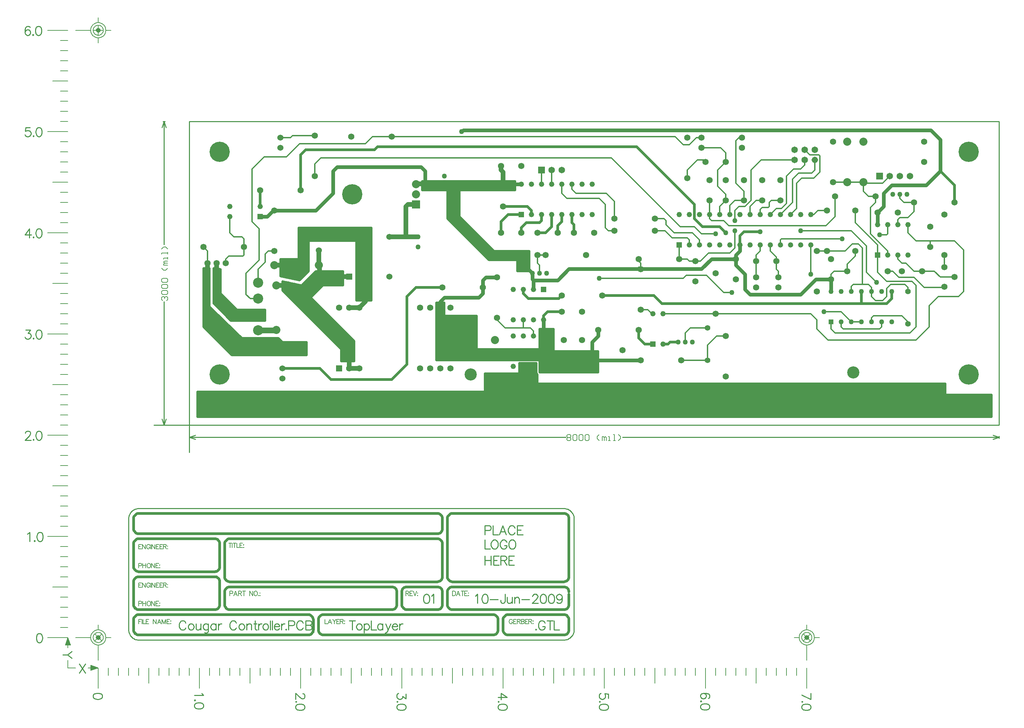
<source format=gtl>
%FSLAX23Y23*%
%MOIN*%
G70*
G01*
G75*
%ADD10C,0.021*%
%ADD11C,0.012*%
%ADD12C,0.035*%
%ADD13C,0.025*%
%ADD14C,0.045*%
%ADD15C,0.055*%
%ADD16C,0.009*%
%ADD17C,0.008*%
%ADD18C,0.010*%
%ADD19C,0.006*%
%ADD20C,0.005*%
%ADD21C,0.060*%
%ADD22C,0.200*%
%ADD23C,0.062*%
%ADD24R,0.062X0.062*%
%ADD25R,0.052X0.052*%
%ADD26C,0.052*%
%ADD27C,0.080*%
%ADD28C,0.055*%
%ADD29R,0.050X0.050*%
%ADD30C,0.050*%
%ADD31C,0.120*%
%ADD32R,0.060X0.060*%
%ADD33R,0.100X0.100*%
%ADD34C,0.100*%
%ADD35R,0.080X0.080*%
%ADD36P,0.065X8X0*%
%ADD37C,0.065*%
%ADD38R,0.065X0.065*%
D10*
X10134Y8092D02*
X10136Y8080D01*
X10143Y8071D01*
X10134Y8092D02*
X10136Y8080D01*
X10143Y8071D01*
X14173Y7872D02*
Y7982D01*
X14163Y7652D02*
Y7982D01*
X14143Y7652D02*
Y7982D01*
X14123Y7652D02*
Y7982D01*
X14103Y7652D02*
Y7982D01*
X14083Y7652D02*
Y7982D01*
X14063Y7652D02*
Y7982D01*
X14043Y7652D02*
Y7982D01*
X14023Y7652D02*
Y7982D01*
X14003Y7652D02*
Y7982D01*
X13983Y7652D02*
Y7982D01*
X13963Y7652D02*
Y7982D01*
X13943Y7652D02*
Y7982D01*
X13923Y7652D02*
Y7982D01*
X13903Y7652D02*
Y7982D01*
X13883Y7652D02*
Y7982D01*
X13863Y7652D02*
Y7982D01*
X13843Y7652D02*
Y7982D01*
X13823Y7652D02*
Y7982D01*
X13803Y7652D02*
Y7982D01*
X13783Y7652D02*
Y7982D01*
X13763Y7652D02*
Y7982D01*
X13743Y7652D02*
Y7982D01*
X13723Y7652D02*
Y7982D01*
X13703Y7652D02*
Y7982D01*
X13683Y7652D02*
Y7982D01*
X13663Y7652D02*
Y7982D01*
X13643Y7652D02*
Y7982D01*
X14630Y7652D02*
Y7872D01*
X14623Y7652D02*
Y7872D01*
X14603Y7652D02*
Y7872D01*
X14583Y7652D02*
Y7872D01*
X14563Y7652D02*
Y7872D01*
X14543Y7652D02*
Y7872D01*
X14523Y7652D02*
Y7872D01*
X14503Y7652D02*
Y7872D01*
X14483Y7652D02*
Y7872D01*
X14463Y7652D02*
Y7872D01*
X14443Y7652D02*
Y7872D01*
X14423Y7652D02*
Y7872D01*
X14403Y7652D02*
Y7872D01*
X14383Y7652D02*
Y7872D01*
X14173D02*
X14630D01*
X14173D02*
X14630D01*
X14363Y7652D02*
Y7872D01*
X14343Y7652D02*
Y7872D01*
X14323Y7652D02*
Y7872D01*
X14303Y7652D02*
Y7872D01*
X14283Y7652D02*
Y7872D01*
X14263Y7652D02*
Y7872D01*
X14243Y7652D02*
Y7872D01*
X14223Y7652D02*
Y7872D01*
X14203Y7652D02*
Y7872D01*
X13623Y7652D02*
Y7982D01*
X14183Y7652D02*
Y7872D01*
X13603Y7652D02*
Y7982D01*
X13583Y7652D02*
Y7982D01*
X13563Y7652D02*
Y7982D01*
X13543Y7652D02*
Y7982D01*
X13523Y7652D02*
Y7982D01*
X13503Y7652D02*
Y7982D01*
X13483Y7652D02*
Y7982D01*
X13463Y7652D02*
Y7982D01*
X13443Y7652D02*
Y7982D01*
X13423Y7652D02*
Y7982D01*
X13403Y7652D02*
Y7982D01*
X13383Y7652D02*
Y7982D01*
X13363Y7652D02*
Y7982D01*
X13343Y7652D02*
Y7982D01*
X13323Y7652D02*
Y7982D01*
X13303Y7652D02*
Y7982D01*
X13283Y7652D02*
Y7982D01*
X13263Y7652D02*
Y7982D01*
X13243Y7652D02*
Y7982D01*
X13223Y7652D02*
Y7982D01*
X13203Y7652D02*
Y7982D01*
X13183Y7652D02*
Y7982D01*
X13163Y7652D02*
Y7982D01*
X13143Y7652D02*
Y7982D01*
X13123Y7652D02*
Y7982D01*
X13103Y7652D02*
Y7982D01*
X13083Y7652D02*
Y7982D01*
X13063Y7652D02*
Y7982D01*
X13043Y7652D02*
Y7982D01*
X13023Y7652D02*
Y7982D01*
X13003Y7652D02*
Y7982D01*
X12983Y7652D02*
Y7982D01*
X12963Y7652D02*
Y7982D01*
X12943Y7652D02*
Y7982D01*
X12923Y7652D02*
Y7982D01*
X12903Y7652D02*
Y7982D01*
X12883Y7652D02*
Y7982D01*
X12863Y7652D02*
Y7982D01*
X12843Y7652D02*
Y7982D01*
X12823Y7652D02*
Y7982D01*
X12803Y7652D02*
Y7982D01*
X12783Y7652D02*
Y7982D01*
X12763Y7652D02*
Y7982D01*
X12743Y7652D02*
Y7982D01*
X12723Y7652D02*
Y7982D01*
X12703Y7652D02*
Y7982D01*
X12683Y7652D02*
Y7982D01*
X12663Y7652D02*
Y7982D01*
X12643Y7652D02*
Y7982D01*
X12623Y7652D02*
Y7982D01*
X12603Y7652D02*
Y7982D01*
X12583Y7652D02*
Y7982D01*
X12563Y7652D02*
Y7982D01*
X12543Y7652D02*
Y7982D01*
X12523Y7652D02*
Y7982D01*
X12503Y7652D02*
Y7982D01*
X12483Y7652D02*
Y7982D01*
X12463Y7652D02*
Y7982D01*
X12443Y7652D02*
Y7982D01*
X12423Y7652D02*
Y7982D01*
X12403Y7652D02*
Y7982D01*
X12383Y7652D02*
Y7982D01*
X12363Y7652D02*
Y7982D01*
X12343Y7652D02*
Y7982D01*
X12323Y7652D02*
Y7982D01*
X12303Y7652D02*
Y7982D01*
X12283Y7652D02*
Y7982D01*
X12263Y7652D02*
Y7982D01*
X12243Y7652D02*
Y7982D01*
X12223Y7652D02*
Y7982D01*
X12203Y7652D02*
Y7982D01*
X12183Y7652D02*
Y7982D01*
X12163Y7652D02*
Y7982D01*
X12143Y7652D02*
Y7982D01*
X12123Y7652D02*
Y7982D01*
X12103Y7652D02*
Y7982D01*
X12083Y7652D02*
Y7982D01*
X12063Y7652D02*
Y7982D01*
X12043Y7652D02*
Y7982D01*
X12023Y7652D02*
Y7982D01*
X12003Y7652D02*
Y7982D01*
X11983Y7652D02*
Y7982D01*
X11963Y7652D02*
Y7982D01*
X11943Y7652D02*
Y7982D01*
X11923Y7652D02*
Y7982D01*
X11903Y7652D02*
Y7982D01*
X11883Y7652D02*
Y7982D01*
X11863Y7652D02*
Y7982D01*
X11843Y7652D02*
Y7982D01*
X11823Y7652D02*
Y7982D01*
X11803Y7652D02*
Y7982D01*
X11783Y7652D02*
Y7982D01*
X11763Y7652D02*
Y7982D01*
X11743Y7652D02*
Y7982D01*
X11723Y7652D02*
Y7982D01*
X11703Y7652D02*
Y7982D01*
X11683Y7652D02*
Y7982D01*
X11663Y7652D02*
Y7982D01*
X11643Y7652D02*
Y7982D01*
X11623Y7652D02*
Y7982D01*
X11603Y7652D02*
Y7982D01*
X11583Y7652D02*
Y7982D01*
X11563Y7652D02*
Y7982D01*
X11543Y7652D02*
Y7982D01*
X11523Y7652D02*
Y7982D01*
X11503Y7652D02*
Y7982D01*
X11483Y7652D02*
Y7982D01*
X11463Y7652D02*
Y7982D01*
X11443Y7652D02*
Y7982D01*
X11423Y7652D02*
Y7982D01*
X11403Y7652D02*
Y7982D01*
X11383Y7652D02*
Y7982D01*
X11363Y7652D02*
Y7982D01*
X11343Y7652D02*
Y7982D01*
X11323Y7652D02*
Y7982D01*
X11303Y7652D02*
Y7982D01*
X11283Y7652D02*
Y7982D01*
X11263Y7652D02*
Y7982D01*
X11243Y7652D02*
Y7982D01*
X11223Y7652D02*
Y7982D01*
X11203Y7652D02*
Y7982D01*
X11183Y7652D02*
Y7982D01*
X11163Y7652D02*
Y7982D01*
X11143Y7652D02*
Y7982D01*
X11123Y7652D02*
Y7982D01*
X11103Y7652D02*
Y7982D01*
X11083Y7652D02*
Y7982D01*
X11063Y7652D02*
Y7982D01*
X11043Y7652D02*
Y7982D01*
X11023Y7652D02*
Y7982D01*
X11003Y7652D02*
Y7982D01*
X10983Y7652D02*
Y7982D01*
X10963Y7652D02*
Y7982D01*
X10943Y7652D02*
Y7982D01*
X10923Y7652D02*
Y7982D01*
X10903Y7652D02*
Y7982D01*
X10883Y7652D02*
Y7982D01*
X10863Y7652D02*
Y7982D01*
X10843Y7652D02*
Y7982D01*
X10823Y7652D02*
Y7982D01*
X10803Y7652D02*
Y7982D01*
X10783Y7652D02*
Y7982D01*
X10763Y7652D02*
Y7982D01*
X10743Y7652D02*
Y7982D01*
X10723Y7652D02*
Y7982D01*
X10703Y7652D02*
Y7982D01*
X10683Y7652D02*
Y7982D01*
X10663Y7652D02*
Y7982D01*
X10643Y7652D02*
Y7982D01*
X10623Y7652D02*
Y7982D01*
X10603Y7652D02*
Y7982D01*
X10583Y7652D02*
Y7982D01*
X10563Y7652D02*
Y7982D01*
X10543Y7652D02*
Y7982D01*
X10523Y7652D02*
Y7982D01*
X10503Y7652D02*
Y7982D01*
X10483Y7652D02*
Y7982D01*
X10463Y7652D02*
Y7982D01*
X10443Y7652D02*
Y7982D01*
X10423Y7652D02*
Y7982D01*
X10403Y7652D02*
Y7982D01*
X10383Y7652D02*
Y7982D01*
X10363Y7652D02*
Y7982D01*
X10343Y7652D02*
Y7982D01*
X9963Y8183D02*
X10134D01*
X10143Y7982D02*
Y8071D01*
X10134Y8092D02*
Y8183D01*
X10123Y7652D02*
Y8183D01*
X9963Y8082D02*
Y8183D01*
X10103Y7652D02*
Y8183D01*
X10083Y7652D02*
Y8183D01*
X10063Y7652D02*
Y8183D01*
X10043Y7652D02*
Y8183D01*
X10023Y7652D02*
Y8183D01*
X10003Y7652D02*
Y8183D01*
X9983Y7652D02*
Y8183D01*
X9963Y8172D02*
X10134D01*
X9963Y8152D02*
X10134D01*
X9963Y8132D02*
X10134D01*
X9963Y8112D02*
X10134D01*
X9963Y8082D02*
Y8183D01*
Y8092D02*
X10134D01*
X9623Y8082D02*
X9963D01*
X9623Y8072D02*
X10142D01*
X9623Y8052D02*
X10143D01*
X9623Y8032D02*
X10143D01*
X9623Y8012D02*
X10143D01*
X9963Y7652D02*
Y8082D01*
X9943Y7652D02*
Y8082D01*
X9623Y7992D02*
X10143D01*
Y7982D02*
X14173D01*
X9623Y7972D02*
X14173D01*
X9623Y7952D02*
X14173D01*
X9623Y7932D02*
X14173D01*
X10323Y7652D02*
Y7982D01*
X10303Y7652D02*
Y7982D01*
X10283Y7652D02*
Y7982D01*
X10263Y7652D02*
Y7982D01*
X10243Y7652D02*
Y7982D01*
X10223Y7652D02*
Y7982D01*
X10203Y7652D02*
Y7982D01*
X10183Y7652D02*
Y7982D01*
X10163Y7652D02*
Y7982D01*
X10143Y7652D02*
Y7982D01*
X6783Y7852D02*
X14630D01*
X6783Y7832D02*
X14630D01*
X6783Y7812D02*
X14630D01*
X6783Y7792D02*
X14630D01*
X9623Y7912D02*
X14173D01*
X6783Y7892D02*
X14173D01*
X6783Y7872D02*
X14173D01*
X6783Y7772D02*
X14630D01*
X6783Y7752D02*
X14630D01*
X6783Y7732D02*
X14630D01*
X6783Y7712D02*
X14630D01*
X6783Y7692D02*
X14630D01*
X6783Y7672D02*
X14630D01*
X9923Y7652D02*
Y8082D01*
X9903Y7652D02*
Y8082D01*
X9883Y7652D02*
Y8082D01*
X9863Y7652D02*
Y8082D01*
X9843Y7652D02*
Y8082D01*
X9823Y7652D02*
Y8082D01*
X9803Y7652D02*
Y8082D01*
X9783Y7652D02*
Y8082D01*
X9763Y7652D02*
Y8082D01*
X9743Y7652D02*
Y8082D01*
X9723Y7652D02*
Y8082D01*
X9703Y7652D02*
Y8082D01*
X9683Y7652D02*
Y8082D01*
X9663Y7652D02*
Y8082D01*
X9643Y7652D02*
Y8082D01*
X9623Y7902D02*
Y8082D01*
Y7902D02*
Y8082D01*
X6783Y7902D02*
X9623D01*
Y7652D02*
Y7902D01*
X9603Y7652D02*
Y7902D01*
X9583Y7652D02*
Y7902D01*
X9563Y7652D02*
Y7902D01*
X9543Y7652D02*
Y7902D01*
X9523Y7652D02*
Y7902D01*
X9503Y7652D02*
Y7902D01*
X9483Y7652D02*
Y7902D01*
X9463Y7652D02*
Y7902D01*
X9443Y7652D02*
Y7902D01*
X9423Y7652D02*
Y7902D01*
X9403Y7652D02*
Y7902D01*
X9383Y7652D02*
Y7902D01*
X9363Y7652D02*
Y7902D01*
X9343Y7652D02*
Y7902D01*
X9323Y7652D02*
Y7902D01*
X9303Y7652D02*
Y7902D01*
X9283Y7652D02*
Y7902D01*
X9263Y7652D02*
Y7902D01*
X9243Y7652D02*
Y7902D01*
X9223Y7652D02*
Y7902D01*
X9203Y7652D02*
Y7902D01*
X9183Y7652D02*
Y7902D01*
X9163Y7652D02*
Y7902D01*
X9143Y7652D02*
Y7902D01*
X9123Y7652D02*
Y7902D01*
X9103Y7652D02*
Y7902D01*
X9083Y7652D02*
Y7902D01*
X9063Y7652D02*
Y7902D01*
X9043Y7652D02*
Y7902D01*
X9023Y7652D02*
Y7902D01*
X9003Y7652D02*
Y7902D01*
X8983Y7652D02*
Y7902D01*
X8963Y7652D02*
Y7902D01*
X8943Y7652D02*
Y7902D01*
X8923Y7652D02*
Y7902D01*
X8903Y7652D02*
Y7902D01*
X8883Y7652D02*
Y7902D01*
X8863Y7652D02*
Y7902D01*
X8843Y7652D02*
Y7902D01*
X8823Y7652D02*
Y7902D01*
X8803Y7652D02*
Y7902D01*
X8783Y7652D02*
Y7902D01*
X8763Y7652D02*
Y7902D01*
X8743Y7652D02*
Y7902D01*
X8723Y7652D02*
Y7902D01*
X8703Y7652D02*
Y7902D01*
X8683Y7652D02*
Y7902D01*
X8663Y7652D02*
Y7902D01*
X8643Y7652D02*
Y7902D01*
X8623Y7652D02*
Y7902D01*
X8603Y7652D02*
Y7902D01*
X8583Y7652D02*
Y7902D01*
X8563Y7652D02*
Y7902D01*
X8543Y7652D02*
Y7902D01*
X8523Y7652D02*
Y7902D01*
X8503Y7652D02*
Y7902D01*
X8483Y7652D02*
Y7902D01*
X8463Y7652D02*
Y7902D01*
X8443Y7652D02*
Y7902D01*
X8423Y7652D02*
Y7902D01*
X8403Y7652D02*
Y7902D01*
X8383Y7652D02*
Y7902D01*
X8363Y7652D02*
Y7902D01*
X8343Y7652D02*
Y7902D01*
X8323Y7652D02*
Y7902D01*
X8303Y7652D02*
Y7902D01*
X8283Y7652D02*
Y7902D01*
X8263Y7652D02*
Y7902D01*
X8243Y7652D02*
Y7902D01*
X8223Y7652D02*
Y7902D01*
X8203Y7652D02*
Y7902D01*
X8183Y7652D02*
Y7902D01*
X8163Y7652D02*
Y7902D01*
X8143Y7652D02*
Y7902D01*
X8123Y7652D02*
Y7902D01*
X8103Y7652D02*
Y7902D01*
X8083Y7652D02*
Y7902D01*
X8063Y7652D02*
Y7902D01*
X8043Y7652D02*
Y7902D01*
X8023Y7652D02*
Y7902D01*
X8003Y7652D02*
Y7902D01*
X7983Y7652D02*
Y7902D01*
X7963Y7652D02*
Y7902D01*
X7943Y7652D02*
Y7902D01*
X7923Y7652D02*
Y7902D01*
X7903Y7652D02*
Y7902D01*
X6783Y7652D02*
X14630D01*
X7883D02*
Y7902D01*
X7863Y7652D02*
Y7902D01*
X7843Y7652D02*
Y7902D01*
X7823Y7652D02*
Y7902D01*
X7803Y7652D02*
Y7902D01*
X7783Y7652D02*
Y7902D01*
X7763Y7652D02*
Y7902D01*
X7743Y7652D02*
Y7902D01*
X7723Y7652D02*
Y7902D01*
X7703Y7652D02*
Y7902D01*
X7683Y7652D02*
Y7902D01*
X7663Y7652D02*
Y7902D01*
X7643Y7652D02*
Y7902D01*
X7623Y7652D02*
Y7902D01*
X7603Y7652D02*
Y7902D01*
X7583Y7652D02*
Y7902D01*
X7563Y7652D02*
Y7902D01*
X7543Y7652D02*
Y7902D01*
X7523Y7652D02*
Y7902D01*
X7503Y7652D02*
Y7902D01*
X7483Y7652D02*
Y7902D01*
X7463Y7652D02*
Y7902D01*
X7443Y7652D02*
Y7902D01*
X7423Y7652D02*
Y7902D01*
X7403Y7652D02*
Y7902D01*
X7383Y7652D02*
Y7902D01*
X7363Y7652D02*
Y7902D01*
X7343Y7652D02*
Y7902D01*
X7323Y7652D02*
Y7902D01*
X7303Y7652D02*
Y7902D01*
X7283Y7652D02*
Y7902D01*
X7263Y7652D02*
Y7902D01*
X7243Y7652D02*
Y7902D01*
X7223Y7652D02*
Y7902D01*
X7203Y7652D02*
Y7902D01*
X7183Y7652D02*
Y7902D01*
X7163Y7652D02*
Y7902D01*
X7143Y7652D02*
Y7902D01*
X7123Y7652D02*
Y7902D01*
X7103Y7652D02*
Y7902D01*
X7083Y7652D02*
Y7902D01*
X7063Y7652D02*
Y7902D01*
X7043Y7652D02*
Y7902D01*
X7023Y7652D02*
Y7902D01*
X7003Y7652D02*
Y7902D01*
X6983Y7652D02*
Y7902D01*
X6963Y7652D02*
Y7902D01*
X6943Y7652D02*
Y7902D01*
X6923Y7652D02*
Y7902D01*
X6903Y7652D02*
Y7902D01*
X6883Y7652D02*
Y7902D01*
X6863Y7652D02*
Y7902D01*
X6843Y7652D02*
Y7902D01*
X6823Y7652D02*
Y7902D01*
X6803Y7652D02*
Y7902D01*
X6783Y7652D02*
Y7902D01*
Y7652D02*
Y7902D01*
X7863Y8262D02*
Y8392D01*
X7843Y8262D02*
Y8392D01*
X7823Y8262D02*
Y8392D01*
X7803Y8262D02*
Y8392D01*
X7623D02*
X7863D01*
X7783Y8262D02*
Y8392D01*
X7763Y8262D02*
Y8392D01*
X7073Y8312D02*
X7863D01*
X7093Y8292D02*
X7863D01*
X7113Y8272D02*
X7863D01*
X7743Y8262D02*
Y8392D01*
X7013Y8372D02*
X7863D01*
X7033Y8352D02*
X7863D01*
X7053Y8332D02*
X7863D01*
X7583Y8432D02*
X7623Y8392D01*
X7223Y8432D02*
X7583D01*
X7103Y8282D02*
Y8548D01*
X7083Y8302D02*
Y8567D01*
X7043Y8342D02*
Y8606D01*
X7023Y8362D02*
Y8626D01*
X7063Y8322D02*
Y8587D01*
X7723Y8262D02*
Y8392D01*
X7703Y8262D02*
Y8392D01*
X7683Y8262D02*
Y8392D01*
X7663Y8262D02*
Y8392D01*
X7643Y8262D02*
Y8392D01*
X7623Y8262D02*
Y8392D01*
X7583Y8262D02*
Y8432D01*
X7563Y8262D02*
Y8432D01*
X7543Y8262D02*
Y8432D01*
X7523Y8262D02*
Y8432D01*
X7503Y8262D02*
Y8432D01*
X7483Y8262D02*
Y8432D01*
X7463Y8262D02*
Y8432D01*
X7603Y8262D02*
Y8412D01*
X7443Y8262D02*
Y8432D01*
X7423Y8262D02*
Y8432D01*
X7403Y8262D02*
Y8432D01*
X7383Y8262D02*
Y8432D01*
X7123Y8262D02*
X7863D01*
X7363D02*
Y8432D01*
X7343Y8262D02*
Y8432D01*
X7203Y8262D02*
Y8451D01*
X7183Y8262D02*
Y8471D01*
X7163Y8262D02*
Y8490D01*
X7143Y8262D02*
Y8509D01*
X7123Y8262D02*
Y8529D01*
X7323Y8262D02*
Y8432D01*
X7303Y8262D02*
Y8432D01*
X7283Y8262D02*
Y8432D01*
X7263Y8262D02*
Y8432D01*
X7243Y8262D02*
Y8432D01*
X7223Y8262D02*
Y8432D01*
X6843Y9122D02*
X6903D01*
X6843Y9112D02*
X6903D01*
X6843Y9092D02*
X6903D01*
X6843Y9072D02*
X6903D01*
X6843Y9052D02*
X6903D01*
X6843Y9032D02*
X6903D01*
X6843Y9012D02*
X6903D01*
X6843Y8992D02*
X6903D01*
X6843Y8972D02*
X6903D01*
X6843Y8732D02*
X6913D01*
X6843Y8952D02*
X6903D01*
X6843Y8692D02*
X6955D01*
X6843Y8712D02*
X6934D01*
X6843Y8672D02*
X6975D01*
X6843Y9062D02*
Y9122D01*
Y9062D02*
Y9122D01*
Y8932D02*
X6903D01*
Y8742D02*
Y9122D01*
X6843Y8912D02*
X6903D01*
X6843Y8892D02*
X6903D01*
X6843Y8872D02*
X6903D01*
X6843Y8852D02*
X6903D01*
X6843Y8832D02*
X6903D01*
X6843Y8812D02*
X6903D01*
X6843Y8792D02*
X6903D01*
X6843Y8772D02*
X6903D01*
X6843Y8752D02*
X6903D01*
X6853Y8532D02*
X7120D01*
X6843Y8592D02*
X7058D01*
X6903Y8742D02*
X7223Y8432D01*
X6873Y8512D02*
X7141D01*
X6843Y8552D02*
X7099D01*
X6843Y8572D02*
X7079D01*
X6843Y8542D02*
X7123Y8262D01*
X6973Y8412D02*
X7603D01*
X6953Y8432D02*
X7223D01*
X6993Y8392D02*
X7623D01*
X6913Y8472D02*
X7182D01*
X6893Y8492D02*
X7161D01*
X6933Y8452D02*
X7202D01*
X6903Y8482D02*
Y8742D01*
X6883Y8502D02*
Y9122D01*
X6943Y8442D02*
Y8703D01*
X6923Y8462D02*
Y8722D01*
X6843Y8542D02*
Y9122D01*
Y8542D02*
Y9122D01*
X6863Y8522D02*
Y9122D01*
X6983Y8402D02*
Y8664D01*
X6963Y8422D02*
Y8684D01*
X7003Y8382D02*
Y8645D01*
X6843Y8632D02*
X7017D01*
X6843Y8652D02*
X6996D01*
X6843Y8612D02*
X7037D01*
X7453Y8602D02*
Y8712D01*
X7443Y8602D02*
Y8712D01*
X7173D02*
X7453D01*
X7024Y8692D02*
X7453D01*
X7084Y8632D02*
X7453D01*
X7104Y8612D02*
X7453D01*
X7044Y8672D02*
X7453D01*
X7064Y8652D02*
X7453D01*
X7043Y8673D02*
Y8842D01*
X7063Y8653D02*
Y8822D01*
X7023Y8862D02*
X7033Y8852D01*
X7173Y8712D01*
X7423Y8602D02*
Y8712D01*
X7403Y8602D02*
Y8712D01*
X7083Y8633D02*
Y8802D01*
X7103Y8613D02*
Y8782D01*
X7383Y8602D02*
Y8712D01*
X7363Y8602D02*
Y8712D01*
X7343Y8602D02*
Y8712D01*
X7323Y8602D02*
Y8712D01*
X7303Y8602D02*
Y8712D01*
X7283Y8602D02*
Y8712D01*
X7263Y8602D02*
Y8712D01*
X7114Y8602D02*
X7453D01*
X7243D02*
Y8712D01*
X7163Y8602D02*
Y8722D01*
X7143Y8602D02*
Y8742D01*
X7123Y8602D02*
Y8762D01*
X7223Y8602D02*
Y8712D01*
X7203Y8602D02*
Y8712D01*
X7183Y8602D02*
Y8712D01*
X6942Y9121D02*
X7013Y9112D01*
X6942D02*
X7013D01*
X6942Y9092D02*
X7013D01*
X6942Y9072D02*
X7013D01*
X6942Y9052D02*
X7013D01*
Y8872D02*
X7023Y8862D01*
X6942Y9032D02*
X7013D01*
X6942Y9012D02*
X7013D01*
X6942Y8992D02*
X7013D01*
Y8872D02*
Y9112D01*
X6942Y8972D02*
X7013D01*
X6942Y8952D02*
X7013D01*
X6942Y8932D02*
X7013D01*
X6942Y8912D02*
X7013D01*
X6942Y8892D02*
X7013D01*
X6942Y8872D02*
X7013D01*
X6942Y8832D02*
X7053D01*
X6942Y8812D02*
X7073D01*
X6942Y8792D02*
X7093D01*
X6942Y8774D02*
X7114Y8602D01*
X6984Y8732D02*
X7153D01*
X7004Y8712D02*
X7173D01*
X6944Y8772D02*
X7113D01*
X6964Y8752D02*
X7133D01*
X6963Y8753D02*
Y9118D01*
X6983Y8733D02*
Y9116D01*
X6942Y8774D02*
Y9121D01*
X6943Y8773D02*
Y9121D01*
X7003Y8713D02*
Y9113D01*
X7023Y8693D02*
Y8862D01*
X6942Y8852D02*
X7033D01*
X10163Y8092D02*
X10743D01*
X10163D02*
Y8522D01*
Y8112D02*
X10743D01*
X10163Y8092D02*
Y8522D01*
X10183Y8092D02*
Y8522D01*
X10203Y8092D02*
Y8522D01*
X10223Y8092D02*
Y8522D01*
X10163Y8132D02*
X10743D01*
X10163Y8152D02*
X10743D01*
X10163Y8172D02*
X10743D01*
X10163Y8192D02*
X10743D01*
X10163Y8212D02*
X10743D01*
X10163Y8232D02*
X10743D01*
X10163Y8252D02*
X10743D01*
X10163Y8312D02*
X10303D01*
X10163Y8332D02*
X10303D01*
X10163Y8352D02*
X10303D01*
X10163Y8372D02*
X10303D01*
X10163Y8392D02*
X10303D01*
X10163Y8412D02*
X10303D01*
X10163Y8432D02*
X10303D01*
X10163Y8272D02*
X10743D01*
X10163Y8292D02*
X10743D01*
X10163Y8452D02*
X10303D01*
X10163Y8472D02*
X10303D01*
X10163Y8492D02*
X10303D01*
X10163Y8512D02*
X10303D01*
X10163Y8522D02*
X10303D01*
Y8092D02*
Y8302D01*
X10323Y8092D02*
Y8302D01*
X10343Y8092D02*
Y8302D01*
X10243Y8092D02*
Y8522D01*
X10263Y8092D02*
Y8522D01*
X10283Y8092D02*
Y8522D01*
X10363Y8092D02*
Y8302D01*
X10383Y8092D02*
Y8302D01*
X10403Y8092D02*
Y8302D01*
X10423Y8092D02*
Y8302D01*
X10443Y8092D02*
Y8302D01*
X10463Y8092D02*
Y8302D01*
X10483Y8092D02*
Y8302D01*
X10503Y8092D02*
Y8302D01*
X10523Y8092D02*
Y8302D01*
X10543Y8092D02*
Y8302D01*
X10563Y8092D02*
Y8302D01*
X10583Y8092D02*
Y8302D01*
X10303D02*
Y8522D01*
X10603Y8092D02*
Y8302D01*
X10623Y8092D02*
Y8302D01*
X10643Y8092D02*
Y8302D01*
X10663Y8092D02*
Y8302D01*
X10683Y8092D02*
Y8302D01*
X10703Y8092D02*
Y8302D01*
X10303D02*
X10743D01*
X10723Y8092D02*
Y8302D01*
X10743Y8092D02*
Y8302D01*
X9223Y8212D02*
Y8652D01*
X9243Y8212D02*
Y8652D01*
X9263Y8212D02*
Y8652D01*
X9283Y8212D02*
Y8652D01*
X9303Y8212D02*
Y8652D01*
X9143Y8212D02*
Y8782D01*
Y8212D02*
Y8782D01*
X9163Y8212D02*
Y8782D01*
X9183Y8212D02*
Y8782D01*
X9203Y8212D02*
Y8782D01*
X9323Y8212D02*
Y8652D01*
X9143Y8212D02*
X10163D01*
X9143Y8232D02*
X10163D01*
X9143Y8252D02*
X10163D01*
X9143Y8272D02*
X10163D01*
X9143Y8292D02*
X10163D01*
X9143Y8312D02*
X10163D01*
X9143Y8332D02*
X9543D01*
X9143Y8352D02*
X9543D01*
X9343Y8212D02*
Y8652D01*
X9143Y8372D02*
X9543D01*
X9143Y8392D02*
X9543D01*
X9143Y8412D02*
X9543D01*
X9143Y8652D02*
X9223D01*
X9373D01*
X9143Y8672D02*
X9223D01*
X9143Y8692D02*
X9223D01*
X9143Y8712D02*
X9223D01*
X9143Y8732D02*
X9223D01*
X9143Y8752D02*
X9223D01*
Y8652D02*
Y8782D01*
X9143Y8772D02*
X9223D01*
X9143Y8782D02*
X9223D01*
X9143Y8432D02*
X9543D01*
X9143Y8452D02*
X9543D01*
X9143Y8472D02*
X9543D01*
X9143Y8492D02*
X9543D01*
X9143Y8512D02*
X9543D01*
X9143Y8532D02*
X9543D01*
X9143Y8552D02*
X9543D01*
X9143Y8572D02*
X9543D01*
X9143Y8592D02*
X9543D01*
X9143Y8612D02*
X9543D01*
X9143Y8632D02*
X9543D01*
X9363Y8212D02*
Y8652D01*
X9383Y8212D02*
Y8652D01*
X9403Y8212D02*
Y8652D01*
X9543Y8212D02*
Y8322D01*
X9563Y8212D02*
Y8322D01*
X9423Y8212D02*
Y8652D01*
X9443Y8212D02*
Y8652D01*
X9463Y8212D02*
Y8652D01*
X9483Y8212D02*
Y8652D01*
X9503Y8212D02*
Y8652D01*
X9523Y8212D02*
Y8652D01*
X9583Y8212D02*
Y8322D01*
X9603Y8212D02*
Y8322D01*
X9623Y8212D02*
Y8322D01*
X9643Y8212D02*
Y8322D01*
X9663Y8212D02*
Y8322D01*
X9683Y8212D02*
Y8322D01*
X9703Y8212D02*
Y8322D01*
X9723Y8212D02*
Y8322D01*
X9743Y8212D02*
Y8322D01*
X9763Y8212D02*
Y8322D01*
X9783Y8212D02*
Y8322D01*
X9803Y8212D02*
Y8322D01*
X9823Y8212D02*
Y8322D01*
X9843Y8212D02*
Y8322D01*
X9863Y8212D02*
Y8322D01*
X9883Y8212D02*
Y8322D01*
X9903Y8212D02*
Y8322D01*
X9543D02*
Y8652D01*
X9373D02*
X9543D01*
X9923Y8212D02*
Y8322D01*
X9943Y8212D02*
Y8322D01*
X9963Y8212D02*
Y8322D01*
X9983Y8212D02*
Y8322D01*
X10003Y8212D02*
Y8322D01*
X10023Y8212D02*
Y8322D01*
X10043Y8212D02*
Y8322D01*
X10063Y8212D02*
Y8322D01*
X10083Y8212D02*
Y8322D01*
X10103Y8212D02*
Y8322D01*
X9543D02*
X10163D01*
X10123Y8212D02*
Y8322D01*
X10143Y8212D02*
Y8322D01*
X10163Y8212D02*
Y8322D01*
X7803Y8722D02*
Y8954D01*
X7783Y8742D02*
Y8958D01*
X7713Y8812D02*
X7923D01*
Y8602D02*
Y8812D01*
X7943Y8582D02*
Y8792D01*
X7823Y8702D02*
Y8962D01*
X7903Y8622D02*
Y8832D01*
X7743Y8782D02*
Y8967D01*
X7703Y8822D02*
Y8975D01*
X7723Y8802D02*
Y8971D01*
X7863Y8662D02*
Y9002D01*
X7883Y8642D02*
Y9022D01*
X7763Y8762D02*
Y8962D01*
X7843Y8682D02*
Y8982D01*
X7873Y8652D02*
X8083D01*
X7833Y8692D02*
X8043D01*
X7853Y8672D02*
X8063D01*
X7933Y8592D02*
X8143D01*
X7953Y8572D02*
X8163D01*
X7893Y8632D02*
X8103D01*
X7913Y8612D02*
X8123D01*
X7623Y8902D02*
X8203Y8322D01*
X7733Y8792D02*
X7943D01*
X7753Y8772D02*
X7963D01*
X7813Y8712D02*
X8023D01*
X7903Y8832D02*
X8333Y8402D01*
X7773Y8752D02*
X7983D01*
X7793Y8732D02*
X8003D01*
X7653Y8872D02*
X7943D01*
X7623Y8972D02*
X7718D01*
X7623Y8952D02*
X7813D01*
X7683Y8842D02*
Y8979D01*
X7693Y8832D02*
X7903D01*
X7663Y8862D02*
Y8983D01*
X7673Y8852D02*
X7923D01*
X7623Y8902D02*
Y8992D01*
Y8902D02*
Y8992D01*
X7813Y8952D01*
X7903Y8832D02*
Y9042D01*
X7923Y8852D02*
Y9062D01*
X7643Y8882D02*
Y8988D01*
X7943Y8872D02*
Y9082D01*
X7633Y8892D02*
X7963D01*
X7623Y8912D02*
X7983D01*
X7623Y8932D02*
X8003D01*
X7903Y8832D02*
X8023Y8952D01*
X7813D02*
X8023D01*
X7833Y8972D02*
X8223D01*
X7853Y8992D02*
X8223D01*
X7813Y8952D02*
X7953Y9092D01*
X7873Y9012D02*
X8223D01*
X7893Y9032D02*
X8223D01*
X7963Y8892D02*
Y9092D01*
X7913Y9052D02*
X8223D01*
X7933Y9072D02*
X8223D01*
X7953Y9092D02*
X8223D01*
X8203Y8202D02*
Y8322D01*
Y8202D02*
Y8322D01*
X8093Y8432D02*
X8303D01*
X8243Y8202D02*
Y8492D01*
X8263Y8202D02*
Y8472D01*
X8283Y8202D02*
Y8452D01*
X8303Y8202D02*
Y8432D01*
X8143Y8382D02*
Y8592D01*
X8103Y8422D02*
Y8632D01*
X8123Y8402D02*
Y8612D01*
X8203Y8322D02*
Y8532D01*
X8223Y8202D02*
Y8512D01*
X8163Y8362D02*
Y8572D01*
X8183Y8342D02*
Y8552D01*
X8203Y8202D02*
X8333D01*
X8203Y8212D02*
X8333D01*
X8203Y8232D02*
X8333D01*
X8203Y8252D02*
X8333D01*
X8203Y8272D02*
X8333D01*
X8203Y8292D02*
X8333D01*
X8203Y8312D02*
X8333D01*
X8153Y8372D02*
X8333D01*
X8113Y8412D02*
X8323D01*
X8133Y8392D02*
X8333D01*
X8323Y8202D02*
Y8412D01*
X8333Y8202D02*
Y8402D01*
X8193Y8332D02*
X8333D01*
X8173Y8352D02*
X8333D01*
X8003Y8522D02*
Y8732D01*
X7963Y8562D02*
Y8772D01*
X7983Y8542D02*
Y8752D01*
X8063Y8462D02*
Y8672D01*
X8083Y8442D02*
Y8652D01*
X8023Y8502D02*
Y8712D01*
X8043Y8482D02*
Y8692D01*
X7983Y8912D02*
Y9092D01*
X8003Y8932D02*
Y9092D01*
X8023Y8952D02*
Y9092D01*
X8043Y8952D02*
Y9092D01*
X8063Y8952D02*
Y9092D01*
X8083Y8952D02*
Y9092D01*
X8103Y8952D02*
Y9092D01*
X8013Y8512D02*
X8223D01*
X7973Y8552D02*
X8183D01*
X7993Y8532D02*
X8203D01*
X8053Y8472D02*
X8263D01*
X8073Y8452D02*
X8283D01*
X8023Y8952D02*
X8223D01*
X8033Y8492D02*
X8243D01*
X8023Y8952D02*
X8223D01*
X8123D02*
Y9092D01*
X8143Y8952D02*
Y9092D01*
X8163Y8952D02*
Y9092D01*
X8183Y8952D02*
Y9092D01*
X8203Y8952D02*
Y9092D01*
X8223Y8952D02*
Y9092D01*
X7603Y9042D02*
X7793Y9002D01*
X7603Y9042D02*
Y9212D01*
Y9042D02*
Y9212D01*
X7663Y9029D02*
Y9212D01*
X7746Y9012D02*
X7803D01*
X7623Y9038D02*
Y9212D01*
X7643Y9033D02*
Y9212D01*
X7703Y9021D02*
Y9212D01*
X7683Y9025D02*
Y9212D01*
X7603D02*
X7783D01*
X7763Y9008D02*
Y9212D01*
X7783Y9004D02*
Y9212D01*
X7723Y9017D02*
Y9212D01*
X7743Y9012D02*
Y9212D01*
X7603Y9052D02*
X7843D01*
X7603Y9072D02*
X7863D01*
X7603Y9092D02*
X7883D01*
X7651Y9032D02*
X7823D01*
X7793Y9002D02*
X7883Y9092D01*
X7603Y9112D02*
X7883D01*
X7603Y9132D02*
X7883D01*
X7803Y9012D02*
Y9522D01*
X7603Y9152D02*
X7883D01*
X7603Y9172D02*
X7883D01*
X7603Y9192D02*
X7883D01*
X7823Y9032D02*
Y9522D01*
X7843Y9052D02*
Y9522D01*
X7863Y9072D02*
Y9522D01*
X7883Y9092D02*
Y9392D01*
X7603Y9212D02*
X7613D01*
X7783D01*
X7883D01*
X7783Y9232D02*
X7883D01*
X7783Y9252D02*
X7883D01*
X7783Y9272D02*
X7883D01*
X7783Y9292D02*
X7883D01*
X7783Y9312D02*
X7883D01*
X7783Y9332D02*
X7883D01*
X7783Y9352D02*
X7883D01*
X7783Y9212D02*
Y9522D01*
Y9212D02*
Y9522D01*
Y9372D02*
X7883D01*
X7783Y9392D02*
X7883D01*
X7783Y9412D02*
X8503D01*
X7783Y9432D02*
X8503D01*
X7783Y9452D02*
X8503D01*
X7883Y9392D02*
X8353D01*
X7883D02*
X8353D01*
X7783Y9472D02*
X8503D01*
X7783Y9492D02*
X8503D01*
X7883Y9392D02*
Y9522D01*
X7903Y9392D02*
Y9522D01*
X7783Y9512D02*
X8503D01*
X7783Y9522D02*
X8503D01*
X7923Y9392D02*
Y9522D01*
X7943Y9392D02*
Y9522D01*
X7963Y9392D02*
Y9522D01*
X7983Y9392D02*
Y9522D01*
X8353Y8802D02*
X8503D01*
X8353Y8812D02*
X8503D01*
X8353Y8832D02*
X8503D01*
X8353Y8802D02*
Y9392D01*
X8363Y8802D02*
Y9522D01*
X8353Y8852D02*
X8503D01*
X8353Y8872D02*
X8503D01*
X8383Y8802D02*
Y9522D01*
X8403Y8802D02*
Y9522D01*
X8423Y8802D02*
Y9522D01*
X8443Y8802D02*
Y9522D01*
X8463Y8802D02*
Y9522D01*
X8483Y8802D02*
Y9522D01*
X8503Y8802D02*
Y9522D01*
X8353Y8892D02*
X8503D01*
X8353Y8912D02*
X8503D01*
X8353Y8932D02*
X8503D01*
X8353Y8952D02*
X8503D01*
X8353Y8972D02*
X8503D01*
X8353Y8992D02*
X8503D01*
X8353Y9012D02*
X8503D01*
X8353Y9032D02*
X8503D01*
X8353Y9052D02*
X8503D01*
X8353Y9072D02*
X8503D01*
X8353Y9092D02*
X8503D01*
X8353Y9112D02*
X8503D01*
X8353Y9132D02*
X8503D01*
X8353Y9152D02*
X8503D01*
X8353Y9172D02*
X8503D01*
X8003Y9392D02*
Y9522D01*
X8023Y9392D02*
Y9522D01*
X8043Y9392D02*
Y9522D01*
X8063Y9392D02*
Y9522D01*
X8083Y9392D02*
Y9522D01*
X8103Y9392D02*
Y9522D01*
X8123Y9392D02*
Y9522D01*
X8143Y9392D02*
Y9522D01*
X8163Y9392D02*
Y9522D01*
X8183Y9392D02*
Y9522D01*
X8203Y9392D02*
Y9522D01*
X8223Y9392D02*
Y9522D01*
X8243Y9392D02*
Y9522D01*
X8263Y9392D02*
Y9522D01*
X8353Y9192D02*
X8503D01*
X8353Y9212D02*
X8503D01*
X8353Y9232D02*
X8503D01*
X8353Y9252D02*
X8503D01*
X8353Y9272D02*
X8503D01*
X8353Y9292D02*
X8503D01*
X8353Y9312D02*
X8503D01*
X8283Y9392D02*
Y9522D01*
X8303Y9392D02*
Y9522D01*
X8323Y9392D02*
Y9522D01*
X8343Y9392D02*
Y9522D01*
X8353Y9332D02*
X8503D01*
X8353Y9352D02*
X8503D01*
X8353Y9372D02*
X8503D01*
X8353Y9392D02*
X8503D01*
X9253Y9632D02*
X9373D01*
X9253Y9612D02*
X9393D01*
X9253Y9652D02*
X9373D01*
X9253Y9672D02*
X9373D01*
X9253Y9692D02*
X9373D01*
X9383Y9482D02*
Y9622D01*
X9253Y9712D02*
X9373D01*
X9253Y9732D02*
X9373D01*
X9263Y9602D02*
Y9982D01*
X9283Y9582D02*
Y9982D01*
X9253Y9612D02*
Y9892D01*
Y9752D02*
X9373D01*
X9343Y9522D02*
Y9982D01*
X9363Y9502D02*
Y9982D01*
X9303Y9562D02*
Y9982D01*
X9373Y9632D02*
Y9892D01*
X9323Y9542D02*
Y9982D01*
X9373Y9492D02*
X9513D01*
X9393Y9472D02*
X9533D01*
X9333Y9532D02*
X9473D01*
X9353Y9512D02*
X9493D01*
X9483Y9382D02*
Y9522D01*
X9473Y9392D02*
X9613D01*
X9413Y9452D02*
X9553D01*
X9453Y9412D02*
X9593D01*
X9433Y9432D02*
X9573D01*
X9313Y9552D02*
X9453D01*
X9253Y9612D02*
X9663Y9202D01*
X9273Y9592D02*
X9413D01*
X9293Y9572D02*
X9433D01*
X9463Y9402D02*
Y9542D01*
X9373Y9632D02*
X9713Y9292D01*
X9403Y9462D02*
Y9602D01*
X9443Y9422D02*
Y9562D01*
X9423Y9442D02*
Y9582D01*
X9003Y9892D02*
Y9982D01*
Y9892D02*
X9253D01*
X9003D02*
Y9982D01*
X9023Y9892D02*
Y9982D01*
X9253Y9772D02*
X9373D01*
X9253Y9792D02*
X9373D01*
X9043Y9892D02*
Y9982D01*
X9063Y9892D02*
Y9982D01*
X9083Y9892D02*
Y9982D01*
X9103Y9892D02*
Y9982D01*
X9123Y9892D02*
Y9982D01*
X9143Y9892D02*
Y9982D01*
X9163Y9892D02*
Y9982D01*
X9183Y9892D02*
Y9982D01*
X9203Y9892D02*
Y9982D01*
X9223Y9892D02*
Y9982D01*
X9243Y9892D02*
Y9982D01*
X9253Y9812D02*
X9373D01*
X9253Y9832D02*
X9373D01*
X9003Y9912D02*
X9923D01*
X9003Y9932D02*
X9923D01*
X9253Y9852D02*
X9373D01*
X9253Y9872D02*
X9373D01*
X9253Y9892D02*
X9373D01*
X9923D01*
X9373D02*
X9923D01*
X9383D02*
Y9982D01*
X9003Y9952D02*
X9923D01*
X9003Y9972D02*
X9923D01*
X9003Y9982D02*
X9923D01*
X9403Y9892D02*
Y9982D01*
X9423Y9892D02*
Y9982D01*
X9443Y9892D02*
Y9982D01*
X9463Y9892D02*
Y9982D01*
X9483Y9892D02*
Y9982D01*
X9723Y9202D02*
Y9292D01*
X9743Y9202D02*
Y9292D01*
X9763Y9202D02*
Y9292D01*
X9783Y9202D02*
Y9292D01*
X9803Y9202D02*
Y9292D01*
X9943Y9092D02*
Y9202D01*
X9823D02*
Y9292D01*
X9843Y9202D02*
Y9292D01*
X9663Y9202D02*
Y9342D01*
X9683Y9202D02*
Y9322D01*
X9623Y9242D02*
Y9382D01*
X9643Y9222D02*
Y9362D01*
X9703Y9202D02*
Y9302D01*
X9863Y9202D02*
Y9292D01*
X9883Y9202D02*
Y9292D01*
X9903Y9202D02*
Y9292D01*
X9923Y9202D02*
Y9292D01*
X9943Y9092D02*
X10063D01*
X9943Y9112D02*
X10063D01*
X9663Y9202D02*
X9943D01*
X9653Y9212D02*
X10063D01*
X9943Y9092D02*
Y9202D01*
Y9132D02*
X10063D01*
X9943Y9152D02*
X10063D01*
X9943Y9172D02*
X10063D01*
X9943Y9192D02*
X10063D01*
X9943Y9202D02*
Y9292D01*
X9963Y9092D02*
Y9292D01*
X9633Y9232D02*
X10063D01*
X9613Y9252D02*
X10063D01*
X9983Y9092D02*
Y9292D01*
X10003Y9092D02*
Y9292D01*
X10023Y9092D02*
Y9292D01*
X10043Y9092D02*
Y9292D01*
X10063Y9092D02*
Y9292D01*
X9523Y9342D02*
Y9482D01*
X9513Y9352D02*
X9653D01*
X9503Y9362D02*
Y9502D01*
X9493Y9372D02*
X9633D01*
X9583Y9282D02*
Y9422D01*
X9603Y9262D02*
Y9402D01*
X9543Y9322D02*
Y9462D01*
X9563Y9302D02*
Y9442D01*
X9503Y9892D02*
Y9982D01*
X9523Y9892D02*
Y9982D01*
X9543Y9892D02*
Y9982D01*
X9563Y9892D02*
Y9982D01*
X9583Y9892D02*
Y9982D01*
X9603Y9892D02*
Y9982D01*
X9623Y9892D02*
Y9982D01*
X9643Y9892D02*
Y9982D01*
X9663Y9892D02*
Y9982D01*
X9573Y9292D02*
X9713D01*
X9593Y9272D02*
X10063D01*
X9533Y9332D02*
X9673D01*
X9553Y9312D02*
X9693D01*
X9683Y9892D02*
Y9982D01*
X9713Y9292D02*
X10063D01*
X9703Y9892D02*
Y9982D01*
X9723Y9892D02*
Y9982D01*
X9743Y9892D02*
Y9982D01*
X9763Y9892D02*
Y9982D01*
X9783Y9892D02*
Y9982D01*
X9803Y9892D02*
Y9982D01*
X9823Y9892D02*
Y9982D01*
X9843Y9892D02*
Y9982D01*
X9863Y9892D02*
Y9982D01*
X9883Y9892D02*
Y9982D01*
X9903Y9892D02*
Y9982D01*
X9923Y9892D02*
Y9982D01*
D11*
X8513Y10422D02*
X11503D01*
X7323Y10102D02*
X7443Y10222D01*
X7263Y9072D02*
X7393Y9202D01*
X7323Y9582D02*
Y10102D01*
Y9582D02*
X7393Y9512D01*
Y9202D02*
Y9512D01*
X12243Y9732D02*
X12303Y9792D01*
X13063Y9972D02*
X13363D01*
X10873Y10212D02*
X11553Y9532D01*
X8003Y10212D02*
X10873D01*
X11763Y9462D02*
X11903D01*
X11693Y9532D02*
X11763Y9462D01*
X11553Y9532D02*
X11693D01*
X7943Y10152D02*
X8003Y10212D01*
X7943Y10032D02*
Y10152D01*
X11843Y9612D02*
Y9792D01*
X12033Y9542D02*
X12993D01*
X11983Y9592D02*
X12033Y9542D01*
X11863Y9592D02*
X11983D01*
X11843Y9612D02*
X11863Y9592D01*
X11753Y9192D02*
X11833Y9272D01*
X11643Y9192D02*
X11753D01*
X12093Y9322D02*
Y9492D01*
X12043Y9272D02*
X12093Y9322D01*
X11833Y9272D02*
X12043D01*
X11983Y8882D02*
X12063D01*
X11813Y9052D02*
X11983Y8882D01*
X11613Y9052D02*
X11813D01*
X11583Y9022D02*
X11613Y9052D01*
X10753Y9022D02*
X11583D01*
X13603Y9462D02*
Y9552D01*
X13593Y9452D02*
X13603Y9462D01*
X13523Y9452D02*
X13593D01*
X12553Y9412D02*
X13153D01*
X12543Y9402D02*
X12553Y9412D01*
X12543Y9352D02*
Y9402D01*
X13393Y9082D02*
X13493Y8982D01*
X13393Y9082D02*
Y9342D01*
X13243Y9492D02*
X13393Y9342D01*
X12743Y9492D02*
X13243D01*
X12843Y9062D02*
Y9352D01*
X12973Y8692D02*
X13143D01*
X13243Y8592D01*
X13343D01*
X13443Y8842D02*
Y8932D01*
X12903Y9292D02*
X13183D01*
X13263Y8962D02*
X13413D01*
X13353D02*
Y9322D01*
X13313Y9362D02*
X13353Y9322D01*
X13253Y9362D02*
X13313D01*
X13183Y9292D02*
X13253Y9362D01*
X13363Y9882D02*
Y9972D01*
Y9882D02*
X13413Y9832D01*
X13483D01*
X13363Y9972D02*
X13373Y9962D01*
X13553D01*
X13623Y10032D01*
X9823Y8532D02*
X10073D01*
X10003D02*
Y8612D01*
X10103Y8452D02*
Y8502D01*
X10073Y8532D02*
X10103Y8502D01*
X9743Y8612D02*
X9823Y8532D01*
X9743Y8612D02*
Y8632D01*
X7383Y8977D02*
Y9112D01*
X7453Y9182D01*
Y9262D01*
X7483Y9292D01*
X7543D01*
X7263Y8862D02*
Y9072D01*
Y8862D02*
X7305Y8820D01*
X7383D01*
X7243Y9252D02*
Y9412D01*
X7063Y9172D02*
Y9212D01*
X7093Y9242D01*
X7233D01*
X7243Y9252D01*
X7223Y9432D02*
X7243Y9412D01*
X7143Y9432D02*
X7223D01*
X7103Y9472D02*
X7143Y9432D01*
X7103Y9472D02*
Y9632D01*
X6843Y9332D02*
X6883Y9292D01*
Y9172D02*
Y9292D01*
X11623Y10012D02*
Y10092D01*
X11723Y10192D01*
X11803D01*
X11943Y9652D02*
Y9732D01*
X12003Y9792D01*
Y9852D01*
X11923Y9932D02*
X12003Y9852D01*
X12993Y9542D02*
X13083Y9632D01*
Y9832D01*
X12913Y9692D02*
X13003D01*
X12873Y9652D02*
X12913Y9692D01*
X12843Y9652D02*
X12873D01*
X11763Y10312D02*
X11953D01*
X12003Y10262D01*
Y10172D02*
Y10262D01*
X11923Y10092D02*
X12003Y10172D01*
X11923Y9932D02*
Y10092D01*
X12133Y10412D02*
X12163D01*
X12103Y10382D02*
X12133Y10412D01*
X12093Y9792D02*
X12183D01*
X12043Y9742D02*
X12093Y9792D01*
X12043Y9652D02*
Y9742D01*
X12103Y9962D02*
Y10382D01*
X12183Y9792D02*
Y9882D01*
X12103Y9962D02*
X12183Y9882D01*
X12303Y9792D02*
X12363D01*
X12243Y9652D02*
Y9732D01*
X12343Y9652D02*
Y9702D01*
X12363Y9722D01*
X12453Y9792D02*
X12543D01*
X12433Y9772D02*
X12453Y9792D01*
X12433Y9732D02*
Y9772D01*
X12423Y9722D02*
X12433Y9732D01*
X12363Y9722D02*
X12423D01*
X12553Y9712D02*
X12603Y9762D01*
X12503Y9712D02*
X12553D01*
X12443Y9652D02*
X12503Y9712D01*
X12603Y10032D02*
X12673Y10102D01*
X12603Y9762D02*
Y10032D01*
X12543Y9652D02*
X12663Y9772D01*
Y10002D01*
X12723Y10062D01*
X12853D01*
X12883Y10092D01*
Y10192D01*
X12783Y10142D02*
Y10192D01*
X12743Y10102D02*
X12783Y10142D01*
X12673Y10102D02*
X12743D01*
X12783Y10292D02*
X12833Y10242D01*
X12923D01*
X12933Y10232D01*
Y10072D02*
Y10232D01*
X12873Y10012D02*
X12933Y10072D01*
X12753Y10012D02*
X12873D01*
X12703Y9962D02*
X12753Y10012D01*
X12703Y9712D02*
Y9962D01*
X12643Y9652D02*
X12703Y9712D01*
X11543Y9212D02*
Y9352D01*
Y9212D02*
X11623D01*
X11643Y9192D01*
X11143D02*
Y9212D01*
Y9192D02*
X11163Y9172D01*
X11143Y9132D02*
X11163Y9112D01*
Y9172D01*
X11643Y9352D02*
Y9402D01*
X11623Y9422D02*
X11643Y9402D01*
X11473Y9422D02*
X11623D01*
X11403Y9492D02*
X11473Y9422D01*
X11303Y9492D02*
X11403D01*
X11743Y9352D02*
Y9402D01*
X11673Y9472D02*
X11743Y9402D01*
X11493Y9472D02*
X11673D01*
X11413Y9552D02*
X11493Y9472D01*
X11413Y9552D02*
Y9592D01*
X11393Y9612D02*
X11413Y9592D01*
X11303Y9612D02*
X11393D01*
X10163Y9072D02*
Y9152D01*
X10143Y9172D02*
X10163Y9152D01*
X10143Y9172D02*
Y9252D01*
X10223D01*
X12343Y9292D02*
Y9352D01*
X12303Y9252D02*
X12343Y9292D01*
X12303Y9032D02*
Y9252D01*
X12443Y9292D02*
Y9352D01*
Y9292D02*
X12503Y9232D01*
Y9112D02*
X12523Y9092D01*
Y9032D02*
Y9092D01*
X12503Y9112D02*
Y9232D01*
X11163Y8712D02*
X11233D01*
X11273Y8672D01*
X11283D01*
X11603Y8392D02*
Y8482D01*
X11653Y8532D01*
X11823D01*
X11563Y8212D02*
X11823D01*
Y8362D01*
X11913Y8452D01*
X12003D01*
X11583Y10342D02*
X11643D01*
X7603Y10412D02*
X7703D01*
X7723Y10432D01*
X7943D01*
X8443Y10352D02*
X8513Y10422D01*
X7793Y10352D02*
X8443D01*
X7663Y10222D02*
X7793Y10352D01*
X7443Y10222D02*
X7663D01*
X11503Y10422D02*
X11583Y10342D01*
X11643D02*
X11713Y10412D01*
X11763D01*
X12353Y10192D02*
X12683D01*
X12253Y10092D02*
X12353Y10192D01*
X12253Y9792D02*
Y10092D01*
X12193Y9732D02*
X12253Y9792D01*
X12133Y9732D02*
X12193D01*
X12093Y9692D02*
X12133Y9732D01*
X12093Y9592D02*
Y9692D01*
X13523Y8522D02*
X13543Y8542D01*
X13143D02*
X13163Y8522D01*
X13523D01*
X13543Y8542D02*
Y8592D01*
X13143Y8542D02*
Y8592D01*
X13443Y8842D02*
X13483Y8802D01*
X13803Y8572D02*
Y8592D01*
X13743Y8652D02*
X13803Y8592D01*
X13463Y8652D02*
X13743D01*
X13443Y8632D02*
X13463Y8652D01*
X13443Y8592D02*
Y8632D01*
X13483Y8802D02*
X13553D01*
X13593Y8842D01*
Y8922D01*
X13633Y8962D01*
X13773D01*
X13803Y8932D01*
Y8892D02*
Y8932D01*
X13413Y8962D02*
X13443Y8932D01*
X13243Y8942D02*
X13263Y8962D01*
X13243Y8892D02*
Y8942D01*
X13883Y8542D02*
Y8952D01*
X13823Y8482D02*
X13883Y8542D01*
X13083Y8482D02*
X13823D01*
X13043Y8522D02*
X13083Y8482D01*
X13043Y8522D02*
Y8592D01*
X13593Y8992D02*
X13843D01*
X13883Y8952D01*
X13503Y9082D02*
X13593Y8992D01*
X13603Y9092D02*
X13653D01*
X13713Y9032D01*
X13863D01*
X13963Y8932D01*
X14173D01*
X14121Y9034D02*
X14261D01*
X14063Y9092D02*
X14121Y9034D01*
X13783Y9172D02*
X13863Y9092D01*
X13043Y9012D02*
Y9062D01*
X13073Y9092D01*
X13203D01*
Y9162D01*
X13283Y9242D01*
Y9292D01*
X13433Y9462D02*
Y9722D01*
X13483Y9772D01*
Y9832D01*
X13283Y9572D02*
Y9692D01*
Y9572D02*
X13503Y9352D01*
Y9082D02*
Y9352D01*
X13723Y9812D02*
Y9852D01*
Y9812D02*
X13763Y9772D01*
X13863D01*
Y9682D02*
Y9772D01*
X13723Y9622D02*
X13803D01*
X13703Y9602D02*
X13723Y9622D01*
X13703Y9552D02*
Y9602D01*
X13803Y9622D02*
X13863Y9682D01*
X10483Y9902D02*
Y9952D01*
Y9902D02*
X10523Y9862D01*
X10823D01*
X10903Y9782D01*
Y9612D02*
Y9782D01*
X10843Y9492D02*
X10903D01*
X10813Y9522D02*
X10843Y9492D01*
X10813Y9522D02*
Y9752D01*
X10753Y9812D02*
X10813Y9752D01*
X10433Y9812D02*
X10753D01*
X10383Y9862D02*
X10433Y9812D01*
X10383Y9862D02*
Y9952D01*
X10183D02*
Y10092D01*
X10283Y9952D02*
Y10092D01*
X12843Y8672D02*
X12903Y8612D01*
Y8522D02*
Y8612D01*
Y8522D02*
X13013Y8412D01*
X13883D01*
X14013Y8542D01*
Y8752D01*
X14103Y8842D01*
X14303D01*
X14353Y8892D01*
Y9302D01*
X14263Y9392D02*
X14353Y9302D01*
X13803Y9472D02*
X13883Y9392D01*
X13803Y9472D02*
Y9552D01*
X13603Y9252D02*
Y9292D01*
X13433Y9462D02*
X13603Y9292D01*
X14163Y9132D02*
Y9252D01*
X14023Y9332D02*
Y9392D01*
X11383Y8672D02*
X12843D01*
X13883Y9392D02*
X14263D01*
X13743Y9172D02*
X13783D01*
X13703Y9212D02*
X13743Y9172D01*
X13703Y9212D02*
Y9252D01*
X13863Y9092D02*
X14063D01*
D12*
X9397Y10472D02*
X9410Y10485D01*
X9393Y10472D02*
X9397D01*
X14030Y10485D02*
X14123Y10392D01*
X9410Y10485D02*
X14030D01*
X12893Y9012D02*
X13043D01*
X12743Y8862D02*
X12893Y9012D01*
X12243Y8862D02*
X12743D01*
X12193Y8912D02*
X12243Y8862D01*
X14123Y10082D02*
Y10392D01*
X9183Y8792D02*
X9223Y8832D01*
X9603Y8872D02*
Y9002D01*
X9633Y9032D02*
X9743D01*
X9603Y9002D02*
X9633Y9032D01*
X9563Y8832D02*
X9603Y8872D01*
X9223Y8832D02*
X9563D01*
X10203Y8522D02*
Y8612D01*
X10159Y8278D02*
X10163Y8282D01*
X7533Y9692D02*
X7953D01*
X8993Y10122D02*
X9033Y10082D01*
X8163Y10122D02*
X8993D01*
X8123Y10082D02*
X8163Y10122D01*
X8123Y9862D02*
Y10082D01*
X7953Y9692D02*
X8123Y9862D01*
X7473Y9632D02*
X7533Y9692D01*
X7403Y9632D02*
X7473D01*
X9893Y9952D02*
X9983D01*
X9873Y9932D02*
X9893Y9952D01*
X13983Y9942D02*
X14123Y10082D01*
X13643Y9942D02*
X13983D01*
X9303Y9652D02*
X9703Y9252D01*
X10343Y9002D02*
X10451Y9114D01*
X12143Y9292D02*
Y9352D01*
X12103Y9252D02*
X12143Y9292D01*
X12103Y9212D02*
Y9252D01*
X11863Y9212D02*
X12103D01*
X11761Y9114D02*
X11863Y9212D01*
X13043Y8892D02*
Y9012D01*
X12103Y9152D02*
Y9212D01*
Y9152D02*
X12193Y9062D01*
Y8912D02*
Y9062D01*
X10103Y9002D02*
X10343D01*
X10743Y8452D02*
Y8512D01*
X10683Y8392D02*
X10743Y8452D01*
X10683Y8302D02*
Y8392D01*
X10743Y8212D02*
X11163D01*
X13563Y9732D02*
Y9862D01*
X13503Y9672D02*
X13563Y9732D01*
X13503Y9552D02*
Y9672D01*
X13563Y9862D02*
X13643Y9942D01*
X9492Y9953D02*
X9513Y9932D01*
X9803D01*
X8943Y9952D02*
X8953Y9962D01*
X10103Y8912D02*
Y9002D01*
X10093Y9012D02*
X10103Y9002D01*
X10093Y9012D02*
Y9072D01*
X9993Y9172D02*
X10093Y9072D01*
X9993Y9172D02*
Y9192D01*
X9933Y9252D02*
X9993Y9192D01*
X9303Y9652D02*
Y9953D01*
X9033D02*
Y10082D01*
X9703Y9252D02*
X9933D01*
X10451Y9114D02*
X11761D01*
D13*
X7623Y8132D02*
X7993D01*
X8943Y8932D02*
X9203D01*
X8853Y8842D02*
X8943Y8932D01*
X8853Y8172D02*
Y8842D01*
X8703Y8022D02*
X8853Y8172D01*
X8103Y8022D02*
X8703D01*
X7993Y8132D02*
X8103Y8022D01*
X10083Y9652D02*
Y9692D01*
X10043Y9732D02*
X10083Y9692D01*
X9803Y9732D02*
X10043D01*
X11123Y10322D02*
X11693Y9752D01*
X8563Y10322D02*
X11123D01*
X11943Y9532D02*
X12003Y9472D01*
X11773Y9532D02*
X11943D01*
X11693Y9612D02*
X11773Y9532D01*
X11693Y9612D02*
Y9752D01*
X8533Y10292D02*
X8563Y10322D01*
X7853Y10292D02*
X8533D01*
X7803Y10242D02*
X7853Y10292D01*
X7803Y9892D02*
Y10242D01*
X14123Y10082D02*
X14263Y9942D01*
Y9772D02*
Y9942D01*
X12143Y9352D02*
Y9442D01*
X12183Y9482D01*
X12343D01*
X11143Y8432D02*
Y8512D01*
Y8432D02*
X11203Y8372D01*
X11283D01*
X11383D02*
X11433D01*
X11453Y8392D01*
X10203Y8612D02*
Y8652D01*
X10243Y8692D01*
X10383D01*
X10003Y8872D02*
Y8912D01*
Y8872D02*
X10053Y8822D01*
X10353D01*
X10383Y8852D01*
X7403Y9732D02*
Y9892D01*
X13643Y8822D02*
Y8892D01*
X13593Y8772D02*
X13643Y8822D01*
X11293Y8852D02*
X11373Y8772D01*
X10783Y8852D02*
X11293D01*
X13343Y8772D02*
Y8892D01*
X11373Y8772D02*
X13593D01*
X9783Y9472D02*
Y9582D01*
X9853Y9652D01*
X9983D01*
Y9472D02*
Y9522D01*
X10033Y9572D01*
X10163D01*
X10183Y9592D01*
Y9652D01*
X10143Y9472D02*
X10223D01*
X10283Y9532D01*
Y9652D01*
X10343Y9472D02*
Y9542D01*
X10383Y9582D01*
Y9652D01*
X10503Y9472D02*
Y9552D01*
X10483Y9572D02*
X10503Y9552D01*
X10483Y9572D02*
Y9652D01*
X11453Y8392D02*
X11533D01*
X10453Y5923D02*
X10452Y5932D01*
X10449Y5942D01*
X10445Y5950D01*
X10439Y5957D01*
X10431Y5964D01*
X10423Y5968D01*
X10414Y5971D01*
X10404Y5972D01*
X9303D02*
X9293Y5971D01*
X9284Y5968D01*
X9275Y5963D01*
X9268Y5957D01*
X9262Y5950D01*
X9257Y5941D01*
X9254Y5932D01*
X9253Y5922D01*
X10403Y6022D02*
X10413Y6023D01*
X10422Y6026D01*
X10431Y6030D01*
X10438Y6036D01*
X10445Y6044D01*
X10449Y6053D01*
X10452Y6062D01*
X10453Y6072D01*
X9253D02*
X9254Y6062D01*
X9257Y6053D01*
X9262Y6044D01*
X9268Y6036D01*
X9275Y6030D01*
X9284Y6026D01*
X9293Y6023D01*
X9303Y6022D01*
X10453Y6648D02*
X10452Y6658D01*
X10449Y6667D01*
X10445Y6676D01*
X10438Y6683D01*
X10430Y6689D01*
X10422Y6694D01*
X10412Y6696D01*
X10402Y6697D01*
X10403Y5747D02*
X10413Y5748D01*
X10422Y5751D01*
X10431Y5755D01*
X10438Y5761D01*
X10445Y5769D01*
X10449Y5778D01*
X10452Y5787D01*
X10453Y5797D01*
X10453Y5648D02*
X10452Y5657D01*
X10449Y5667D01*
X10444Y5675D01*
X10438Y5682D01*
X10431Y5689D01*
X10422Y5693D01*
X10413Y5696D01*
X10403Y5697D01*
Y5497D02*
X10413Y5498D01*
X10422Y5501D01*
X10431Y5505D01*
X10438Y5511D01*
X10445Y5519D01*
X10449Y5528D01*
X10452Y5537D01*
X10453Y5547D01*
X9153Y5747D02*
X9163Y5748D01*
X9172Y5751D01*
X9181Y5755D01*
X9188Y5761D01*
X9195Y5769D01*
X9199Y5778D01*
X9202Y5787D01*
X9203Y5797D01*
X9253Y5796D02*
X9254Y5786D01*
X9257Y5777D01*
X9262Y5768D01*
X9268Y5761D01*
X9275Y5755D01*
X9284Y5750D01*
X9293Y5748D01*
X9303Y5747D01*
X9203Y5923D02*
X9202Y5932D01*
X9199Y5942D01*
X9195Y5950D01*
X9189Y5957D01*
X9181Y5964D01*
X9173Y5968D01*
X9164Y5971D01*
X9154Y5972D01*
X6153Y5547D02*
X6154Y5537D01*
X6157Y5528D01*
X6161Y5519D01*
X6167Y5512D01*
X6175Y5506D01*
X6183Y5501D01*
X6193Y5498D01*
X6202Y5497D01*
X9154Y6022D02*
X9164Y6023D01*
X9173Y6026D01*
X9181Y6031D01*
X9189Y6037D01*
X9195Y6044D01*
X9199Y6053D01*
X9202Y6062D01*
X9203Y6072D01*
X6203Y5697D02*
X6193Y5696D01*
X6184Y5693D01*
X6175Y5688D01*
X6168Y5682D01*
X6162Y5675D01*
X6157Y5666D01*
X6154Y5657D01*
X6153Y5647D01*
X9203Y6397D02*
X9202Y6407D01*
X9199Y6416D01*
X9195Y6425D01*
X9188Y6432D01*
X9181Y6438D01*
X9172Y6443D01*
X9163Y6446D01*
X9153Y6447D01*
Y6497D02*
X9163Y6498D01*
X9172Y6501D01*
X9181Y6505D01*
X9188Y6511D01*
X9195Y6519D01*
X9199Y6528D01*
X9202Y6537D01*
X9203Y6547D01*
X9303Y6697D02*
X9293Y6696D01*
X9284Y6693D01*
X9275Y6688D01*
X9268Y6682D01*
X9262Y6675D01*
X9257Y6666D01*
X9254Y6657D01*
X9253Y6647D01*
X9203D02*
X9202Y6657D01*
X9199Y6666D01*
X9195Y6675D01*
X9188Y6682D01*
X9181Y6688D01*
X9172Y6693D01*
X9163Y6696D01*
X9153Y6697D01*
X6203D02*
X6193Y6696D01*
X6184Y6693D01*
X6175Y6688D01*
X6168Y6682D01*
X6162Y6675D01*
X6157Y6666D01*
X6154Y6657D01*
X6153Y6647D01*
Y6547D02*
X6154Y6537D01*
X6157Y6528D01*
X6162Y6519D01*
X6168Y6511D01*
X6175Y6505D01*
X6184Y6501D01*
X6193Y6498D01*
X6203Y6497D01*
Y6447D02*
X6193Y6446D01*
X6184Y6443D01*
X6175Y6438D01*
X6168Y6432D01*
X6162Y6425D01*
X6157Y6416D01*
X6154Y6407D01*
X6153Y6397D01*
Y6172D02*
X6154Y6162D01*
X6157Y6153D01*
X6162Y6144D01*
X6168Y6136D01*
X6175Y6130D01*
X6184Y6126D01*
X6193Y6123D01*
X6203Y6122D01*
Y6072D02*
X6193Y6071D01*
X6184Y6068D01*
X6175Y6063D01*
X6168Y6057D01*
X6162Y6050D01*
X6157Y6041D01*
X6154Y6032D01*
X6153Y6022D01*
Y5797D02*
X6154Y5787D01*
X6157Y5778D01*
X6161Y5769D01*
X6167Y5762D01*
X6175Y5756D01*
X6183Y5751D01*
X6193Y5748D01*
X6202Y5747D01*
X7103Y6447D02*
X7093Y6446D01*
X7084Y6443D01*
X7075Y6438D01*
X7068Y6432D01*
X7062Y6425D01*
X7057Y6416D01*
X7054Y6407D01*
X7053Y6397D01*
X7103Y5972D02*
X7093Y5971D01*
X7084Y5968D01*
X7075Y5963D01*
X7068Y5957D01*
X7062Y5950D01*
X7057Y5941D01*
X7054Y5932D01*
X7053Y5922D01*
X8851Y5972D02*
X8841Y5971D01*
X8832Y5968D01*
X8824Y5963D01*
X8816Y5957D01*
X8810Y5949D01*
X8806Y5940D01*
X8804Y5931D01*
X8803Y5921D01*
X8803Y5798D02*
X8804Y5788D01*
X8807Y5778D01*
X8812Y5770D01*
X8818Y5762D01*
X8825Y5756D01*
X8834Y5751D01*
X8843Y5748D01*
X8853Y5747D01*
X8704Y5747D02*
X8714Y5748D01*
X8723Y5751D01*
X8732Y5755D01*
X8739Y5761D01*
X8745Y5769D01*
X8750Y5778D01*
X8752Y5787D01*
X8753Y5797D01*
X8753Y5923D02*
X8752Y5932D01*
X8749Y5942D01*
X8745Y5950D01*
X8739Y5957D01*
X8731Y5964D01*
X8723Y5968D01*
X8714Y5971D01*
X8704Y5972D01*
X6954Y5747D02*
X6964Y5748D01*
X6973Y5751D01*
X6981Y5755D01*
X6989Y5761D01*
X6995Y5769D01*
X6999Y5777D01*
X7002Y5786D01*
X7003Y5796D01*
X7053D02*
X7054Y5786D01*
X7057Y5777D01*
X7061Y5769D01*
X7067Y5761D01*
X7075Y5755D01*
X7083Y5751D01*
X7093Y5748D01*
X7102Y5747D01*
X7053Y6071D02*
X7054Y6061D01*
X7057Y6052D01*
X7061Y6044D01*
X7067Y6036D01*
X7075Y6030D01*
X7083Y6026D01*
X7093Y6023D01*
X7102Y6022D01*
X7003Y6023D02*
X7002Y6033D01*
X6999Y6042D01*
X6995Y6051D01*
X6988Y6058D01*
X6980Y6064D01*
X6972Y6069D01*
X6962Y6071D01*
X6952Y6072D01*
X6955Y6122D02*
X6964Y6123D01*
X6973Y6125D01*
X6982Y6130D01*
X6989Y6136D01*
X6995Y6143D01*
X6999Y6151D01*
X7002Y6160D01*
X7003Y6170D01*
Y6398D02*
X7002Y6407D01*
X6999Y6417D01*
X6995Y6425D01*
X6989Y6432D01*
X6981Y6439D01*
X6973Y6443D01*
X6964Y6446D01*
X6954Y6447D01*
X9853Y5697D02*
X9843Y5696D01*
X9834Y5693D01*
X9825Y5688D01*
X9818Y5682D01*
X9812Y5675D01*
X9807Y5666D01*
X9804Y5657D01*
X9803Y5647D01*
Y5546D02*
X9804Y5536D01*
X9807Y5527D01*
X9812Y5518D01*
X9818Y5511D01*
X9825Y5505D01*
X9834Y5500D01*
X9843Y5498D01*
X9853Y5497D01*
X9704Y5497D02*
X9714Y5498D01*
X9723Y5500D01*
X9732Y5505D01*
X9739Y5511D01*
X9745Y5519D01*
X9750Y5527D01*
X9752Y5537D01*
X9753Y5546D01*
X9753Y5647D02*
X9752Y5657D01*
X9749Y5666D01*
X9745Y5675D01*
X9738Y5682D01*
X9731Y5688D01*
X9722Y5693D01*
X9713Y5696D01*
X9703Y5697D01*
X7978Y5547D02*
X7979Y5537D01*
X7982Y5528D01*
X7986Y5519D01*
X7992Y5512D01*
X8000Y5506D01*
X8008Y5501D01*
X8018Y5498D01*
X8027Y5497D01*
X8028Y5697D02*
X8018Y5696D01*
X8009Y5693D01*
X8000Y5688D01*
X7993Y5682D01*
X7987Y5675D01*
X7982Y5666D01*
X7979Y5657D01*
X7978Y5647D01*
X7879Y5497D02*
X7889Y5498D01*
X7898Y5500D01*
X7907Y5505D01*
X7914Y5511D01*
X7920Y5519D01*
X7925Y5527D01*
X7927Y5537D01*
X7928Y5546D01*
X7928Y5647D02*
X7927Y5657D01*
X7924Y5666D01*
X7920Y5675D01*
X7913Y5682D01*
X7906Y5688D01*
X7897Y5693D01*
X7888Y5696D01*
X7878Y5697D01*
X8028Y5497D02*
X9703D01*
X6203D02*
X7878D01*
X6203Y5697D02*
X7878D01*
X8028D02*
X9703D01*
X9853Y5497D02*
X10403D01*
X9853Y5697D02*
X10403D01*
X6203Y6697D02*
X9153D01*
X6203Y5747D02*
X6953D01*
X6203Y6072D02*
X6953D01*
X6203Y6122D02*
X6953D01*
X6203Y6447D02*
X6953D01*
X6203Y6497D02*
X9153D01*
X7103Y6447D02*
X9153D01*
X7103Y5972D02*
X8703D01*
X7103Y5747D02*
X8703D01*
X8853D02*
X9153D01*
X8853Y5972D02*
X9153D01*
X9303Y5747D02*
X10403D01*
X9303Y6697D02*
X10403D01*
X7103Y6022D02*
X9153D01*
X9303D02*
X10403D01*
X9303Y5972D02*
X10403D01*
X7928Y5547D02*
Y5647D01*
X7978Y5547D02*
Y5647D01*
X9753Y5547D02*
Y5647D01*
X9803Y5547D02*
Y5647D01*
X6153Y5797D02*
Y6022D01*
X7003Y5797D02*
Y6022D01*
X6153Y6172D02*
Y6397D01*
X7003Y6172D02*
Y6397D01*
X6153Y6547D02*
Y6647D01*
X9203Y6547D02*
Y6647D01*
Y6072D02*
Y6397D01*
X7053Y6072D02*
Y6397D01*
X8753Y5797D02*
Y5922D01*
X7053Y5797D02*
Y5922D01*
X8803Y5797D02*
Y5922D01*
X9203Y5797D02*
Y5922D01*
X10453Y5547D02*
Y5647D01*
Y5797D02*
Y5897D01*
X6153Y5547D02*
Y5647D01*
X9253Y6072D02*
Y6647D01*
X10453Y6072D02*
Y6647D01*
X9253Y5797D02*
Y5922D01*
D14*
X7193Y8352D02*
X7543D01*
X6883Y8662D02*
Y9172D01*
X9803Y9932D02*
Y10072D01*
X9783Y10092D02*
X9803Y10072D01*
X9783Y10092D02*
Y10132D01*
X8103Y9432D02*
X8383D01*
X7883Y9472D02*
X8063D01*
X8383Y9432D02*
X8443Y9372D01*
Y8792D02*
Y9372D01*
X8383Y8732D02*
X8443Y8792D01*
X8283Y8732D02*
X8383D01*
X7843Y8782D02*
Y8892D01*
Y8782D02*
X8283Y8342D01*
Y8132D02*
Y8342D01*
Y8132D02*
X8383D01*
X8063Y9472D02*
X8103Y9432D01*
X7833Y9422D02*
X7883Y9472D01*
X7833Y9082D02*
Y9422D01*
X7783Y9032D02*
X7833Y9082D01*
X7663Y9152D02*
X7783Y9032D01*
X7543Y9152D02*
X7663D01*
X7988Y9037D02*
Y9147D01*
X7983Y9152D02*
X7988Y9147D01*
X7983Y9152D02*
Y9222D01*
X7988Y9037D02*
X8283D01*
X7843Y8892D02*
X7988Y9037D01*
X7723Y8892D02*
X7843D01*
X7663Y8952D02*
X7723Y8892D01*
X7563Y8952D02*
X7663D01*
X7559Y8508D02*
X7563Y8512D01*
X6973Y8822D02*
Y9172D01*
Y8822D02*
X7131Y8664D01*
X7383D01*
X6883Y8662D02*
X7193Y8352D01*
X7543D02*
X7563Y8332D01*
X7783D01*
X8863Y9752D02*
X8943D01*
X8843Y9732D02*
X8863Y9752D01*
X8843Y9432D02*
Y9732D01*
X8678Y9432D02*
X8963D01*
X7983Y9222D02*
Y9297D01*
X8944Y9953D02*
X9492D01*
D15*
X7383Y8508D02*
X7559D01*
D16*
X10127Y5555D02*
X10123Y5551D01*
X10127Y5547D01*
X10132Y5551D01*
X10127Y5555D01*
X10216Y5615D02*
X10211Y5624D01*
X10203Y5633D01*
X10194Y5637D01*
X10177D01*
X10169Y5633D01*
X10160Y5624D01*
X10156Y5615D01*
X10151Y5603D01*
Y5581D01*
X10156Y5568D01*
X10160Y5560D01*
X10169Y5551D01*
X10177Y5547D01*
X10194D01*
X10203Y5551D01*
X10211Y5560D01*
X10216Y5568D01*
Y5581D01*
X10194D02*
X10216D01*
X10266Y5637D02*
Y5547D01*
X10236Y5637D02*
X10296D01*
X10307D02*
Y5547D01*
X10358D01*
X5130Y11499D02*
X5125Y11507D01*
X5112Y11512D01*
X5104D01*
X5091Y11507D01*
X5082Y11495D01*
X5078Y11473D01*
Y11452D01*
X5082Y11435D01*
X5091Y11426D01*
X5104Y11422D01*
X5108D01*
X5121Y11426D01*
X5130Y11435D01*
X5134Y11448D01*
Y11452D01*
X5130Y11465D01*
X5121Y11473D01*
X5108Y11478D01*
X5104D01*
X5091Y11473D01*
X5082Y11465D01*
X5078Y11452D01*
X5158Y11430D02*
X5154Y11426D01*
X5158Y11422D01*
X5162Y11426D01*
X5158Y11430D01*
X5208Y11512D02*
X5195Y11507D01*
X5186Y11495D01*
X5182Y11473D01*
Y11460D01*
X5186Y11439D01*
X5195Y11426D01*
X5208Y11422D01*
X5216D01*
X5229Y11426D01*
X5238Y11439D01*
X5242Y11460D01*
Y11473D01*
X5238Y11495D01*
X5229Y11507D01*
X5216Y11512D01*
X5208D01*
X5121Y9512D02*
X5078Y9452D01*
X5142D01*
X5121Y9512D02*
Y9422D01*
X5163Y9430D02*
X5158Y9426D01*
X5163Y9422D01*
X5167Y9426D01*
X5163Y9430D01*
X5212Y9512D02*
X5199Y9507D01*
X5191Y9495D01*
X5187Y9473D01*
Y9460D01*
X5191Y9439D01*
X5199Y9426D01*
X5212Y9422D01*
X5221D01*
X5234Y9426D01*
X5242Y9439D01*
X5247Y9460D01*
Y9473D01*
X5242Y9495D01*
X5234Y9507D01*
X5221Y9512D01*
X5212D01*
X5082Y7490D02*
Y7495D01*
X5087Y7503D01*
X5091Y7508D01*
X5100Y7512D01*
X5117D01*
X5125Y7508D01*
X5130Y7503D01*
X5134Y7495D01*
Y7486D01*
X5130Y7478D01*
X5121Y7465D01*
X5078Y7422D01*
X5138D01*
X5163Y7430D02*
X5158Y7426D01*
X5163Y7422D01*
X5167Y7426D01*
X5163Y7430D01*
X5212Y7512D02*
X5199Y7508D01*
X5191Y7495D01*
X5187Y7473D01*
Y7460D01*
X5191Y7439D01*
X5199Y7426D01*
X5212Y7422D01*
X5221D01*
X5234Y7426D01*
X5242Y7439D01*
X5247Y7460D01*
Y7473D01*
X5242Y7495D01*
X5234Y7508D01*
X5221Y7512D01*
X5212D01*
X5216Y5512D02*
X5203Y5508D01*
X5195Y5495D01*
X5191Y5473D01*
Y5460D01*
X5195Y5439D01*
X5203Y5426D01*
X5216Y5422D01*
X5225D01*
X5238Y5426D01*
X5246Y5439D01*
X5251Y5460D01*
Y5473D01*
X5246Y5495D01*
X5238Y5508D01*
X5225Y5512D01*
X5216D01*
X5103Y6495D02*
X5112Y6499D01*
X5125Y6512D01*
Y6422D01*
X5173Y6430D02*
X5169Y6426D01*
X5173Y6422D01*
X5178Y6426D01*
X5173Y6430D01*
X5223Y6512D02*
X5210Y6508D01*
X5202Y6495D01*
X5197Y6473D01*
Y6460D01*
X5202Y6439D01*
X5210Y6426D01*
X5223Y6422D01*
X5232D01*
X5245Y6426D01*
X5253Y6439D01*
X5257Y6460D01*
Y6473D01*
X5253Y6495D01*
X5245Y6508D01*
X5232Y6512D01*
X5223D01*
X5087Y8512D02*
X5134D01*
X5108Y8478D01*
X5121D01*
X5130Y8473D01*
X5134Y8469D01*
X5138Y8456D01*
Y8448D01*
X5134Y8435D01*
X5125Y8426D01*
X5112Y8422D01*
X5100D01*
X5087Y8426D01*
X5082Y8430D01*
X5078Y8439D01*
X5163Y8430D02*
X5158Y8426D01*
X5163Y8422D01*
X5167Y8426D01*
X5163Y8430D01*
X5212Y8512D02*
X5199Y8507D01*
X5191Y8495D01*
X5187Y8473D01*
Y8460D01*
X5191Y8439D01*
X5199Y8426D01*
X5212Y8422D01*
X5221D01*
X5234Y8426D01*
X5242Y8439D01*
X5247Y8460D01*
Y8473D01*
X5242Y8495D01*
X5234Y8507D01*
X5221Y8512D01*
X5212D01*
X5130Y10512D02*
X5087D01*
X5082Y10473D01*
X5087Y10478D01*
X5100Y10482D01*
X5112D01*
X5125Y10478D01*
X5134Y10469D01*
X5138Y10456D01*
Y10448D01*
X5134Y10435D01*
X5125Y10426D01*
X5112Y10422D01*
X5100D01*
X5087Y10426D01*
X5082Y10430D01*
X5078Y10439D01*
X5163Y10430D02*
X5158Y10426D01*
X5163Y10422D01*
X5167Y10426D01*
X5163Y10430D01*
X5212Y10512D02*
X5199Y10507D01*
X5191Y10495D01*
X5187Y10473D01*
Y10460D01*
X5191Y10439D01*
X5199Y10426D01*
X5212Y10422D01*
X5221D01*
X5234Y10426D01*
X5242Y10439D01*
X5247Y10460D01*
Y10473D01*
X5242Y10495D01*
X5234Y10507D01*
X5221Y10512D01*
X5212D01*
X12843Y4862D02*
X12753Y4905D01*
X12843Y4922D02*
Y4862D01*
X12762Y4837D02*
X12757Y4842D01*
X12753Y4837D01*
X12757Y4833D01*
X12762Y4837D01*
X12843Y4788D02*
X12839Y4801D01*
X12826Y4809D01*
X12805Y4813D01*
X12792D01*
X12770Y4809D01*
X12757Y4801D01*
X12753Y4788D01*
Y4779D01*
X12757Y4766D01*
X12770Y4758D01*
X12792Y4753D01*
X12805D01*
X12826Y4758D01*
X12839Y4766D01*
X12843Y4779D01*
Y4788D01*
X10843Y4870D02*
Y4913D01*
X10805Y4918D01*
X10809Y4913D01*
X10813Y4900D01*
Y4888D01*
X10809Y4875D01*
X10800Y4866D01*
X10787Y4862D01*
X10779D01*
X10766Y4866D01*
X10757Y4875D01*
X10753Y4888D01*
Y4900D01*
X10757Y4913D01*
X10762Y4918D01*
X10770Y4922D01*
X10762Y4837D02*
X10757Y4842D01*
X10753Y4837D01*
X10757Y4833D01*
X10762Y4837D01*
X10843Y4788D02*
X10839Y4801D01*
X10826Y4809D01*
X10805Y4813D01*
X10792D01*
X10770Y4809D01*
X10757Y4801D01*
X10753Y4788D01*
Y4779D01*
X10757Y4766D01*
X10770Y4758D01*
X10792Y4753D01*
X10805D01*
X10826Y4758D01*
X10839Y4766D01*
X10843Y4779D01*
Y4788D01*
X8843Y4913D02*
Y4866D01*
X8809Y4892D01*
Y4879D01*
X8805Y4870D01*
X8800Y4866D01*
X8787Y4862D01*
X8779D01*
X8766Y4866D01*
X8757Y4875D01*
X8753Y4888D01*
Y4900D01*
X8757Y4913D01*
X8762Y4918D01*
X8770Y4922D01*
X8762Y4837D02*
X8757Y4842D01*
X8753Y4837D01*
X8757Y4833D01*
X8762Y4837D01*
X8843Y4788D02*
X8839Y4801D01*
X8826Y4809D01*
X8805Y4813D01*
X8792D01*
X8770Y4809D01*
X8757Y4801D01*
X8753Y4788D01*
Y4779D01*
X8757Y4766D01*
X8770Y4758D01*
X8792Y4753D01*
X8805D01*
X8826Y4758D01*
X8839Y4766D01*
X8843Y4779D01*
Y4788D01*
X6826Y4922D02*
X6830Y4913D01*
X6843Y4900D01*
X6753D01*
X6762Y4852D02*
X6757Y4856D01*
X6753Y4852D01*
X6757Y4847D01*
X6762Y4852D01*
X6843Y4802D02*
X6839Y4815D01*
X6826Y4823D01*
X6805Y4828D01*
X6792D01*
X6770Y4823D01*
X6757Y4815D01*
X6753Y4802D01*
Y4793D01*
X6757Y4780D01*
X6770Y4772D01*
X6792Y4768D01*
X6805D01*
X6826Y4772D01*
X6839Y4780D01*
X6843Y4793D01*
Y4802D01*
X5843Y4896D02*
X5839Y4909D01*
X5826Y4918D01*
X5805Y4922D01*
X5792D01*
X5770Y4918D01*
X5757Y4909D01*
X5753Y4896D01*
Y4888D01*
X5757Y4875D01*
X5770Y4866D01*
X5792Y4862D01*
X5805D01*
X5826Y4866D01*
X5839Y4875D01*
X5843Y4888D01*
Y4896D01*
X7822Y4918D02*
X7826D01*
X7835Y4913D01*
X7839Y4909D01*
X7843Y4900D01*
Y4883D01*
X7839Y4875D01*
X7835Y4870D01*
X7826Y4866D01*
X7817D01*
X7809Y4870D01*
X7796Y4879D01*
X7753Y4922D01*
Y4862D01*
X7762Y4837D02*
X7757Y4842D01*
X7753Y4837D01*
X7757Y4833D01*
X7762Y4837D01*
X7843Y4788D02*
X7839Y4801D01*
X7826Y4809D01*
X7805Y4813D01*
X7792D01*
X7770Y4809D01*
X7757Y4801D01*
X7753Y4788D01*
Y4779D01*
X7757Y4766D01*
X7770Y4758D01*
X7792Y4753D01*
X7805D01*
X7826Y4758D01*
X7839Y4766D01*
X7843Y4779D01*
Y4788D01*
X9843Y4879D02*
X9783Y4922D01*
Y4858D01*
X9843Y4879D02*
X9753D01*
X9762Y4837D02*
X9757Y4842D01*
X9753Y4837D01*
X9757Y4833D01*
X9762Y4837D01*
X9843Y4788D02*
X9839Y4801D01*
X9826Y4809D01*
X9805Y4813D01*
X9792D01*
X9770Y4809D01*
X9757Y4801D01*
X9753Y4788D01*
Y4779D01*
X9757Y4766D01*
X9770Y4758D01*
X9792Y4753D01*
X9805D01*
X9826Y4758D01*
X9839Y4766D01*
X9843Y4779D01*
Y4788D01*
X11830Y4870D02*
X11839Y4875D01*
X11843Y4888D01*
Y4896D01*
X11839Y4909D01*
X11826Y4918D01*
X11805Y4922D01*
X11783D01*
X11766Y4918D01*
X11757Y4909D01*
X11753Y4896D01*
Y4892D01*
X11757Y4879D01*
X11766Y4870D01*
X11779Y4866D01*
X11783D01*
X11796Y4870D01*
X11805Y4879D01*
X11809Y4892D01*
Y4896D01*
X11805Y4909D01*
X11796Y4918D01*
X11783Y4922D01*
X11762Y4842D02*
X11757Y4846D01*
X11753Y4842D01*
X11757Y4838D01*
X11762Y4842D01*
X11843Y4792D02*
X11839Y4805D01*
X11826Y4814D01*
X11805Y4818D01*
X11792D01*
X11770Y4814D01*
X11757Y4805D01*
X11753Y4792D01*
Y4784D01*
X11757Y4771D01*
X11770Y4762D01*
X11792Y4758D01*
X11805D01*
X11826Y4762D01*
X11839Y4771D01*
X11843Y4784D01*
Y4792D01*
X5616Y5212D02*
X5676Y5122D01*
Y5212D02*
X5616Y5122D01*
X5543Y5334D02*
X5500Y5300D01*
X5453D01*
X5543Y5266D02*
X5500Y5300D01*
X9528Y5882D02*
X9537Y5886D01*
X9550Y5899D01*
Y5809D01*
X9620Y5899D02*
X9607Y5895D01*
X9598Y5882D01*
X9594Y5861D01*
Y5848D01*
X9598Y5826D01*
X9607Y5814D01*
X9620Y5809D01*
X9628D01*
X9641Y5814D01*
X9650Y5826D01*
X9654Y5848D01*
Y5861D01*
X9650Y5882D01*
X9641Y5895D01*
X9628Y5899D01*
X9620D01*
X9674Y5848D02*
X9751D01*
X9821Y5899D02*
Y5831D01*
X9816Y5818D01*
X9812Y5814D01*
X9804Y5809D01*
X9795D01*
X9786Y5814D01*
X9782Y5818D01*
X9778Y5831D01*
Y5839D01*
X9844Y5869D02*
Y5826D01*
X9848Y5814D01*
X9857Y5809D01*
X9870D01*
X9878Y5814D01*
X9891Y5826D01*
Y5869D02*
Y5809D01*
X9915Y5869D02*
Y5809D01*
Y5852D02*
X9927Y5865D01*
X9936Y5869D01*
X9949D01*
X9957Y5865D01*
X9962Y5852D01*
Y5809D01*
X9985Y5848D02*
X10062D01*
X10093Y5878D02*
Y5882D01*
X10098Y5891D01*
X10102Y5895D01*
X10110Y5899D01*
X10128D01*
X10136Y5895D01*
X10140Y5891D01*
X10145Y5882D01*
Y5874D01*
X10140Y5865D01*
X10132Y5852D01*
X10089Y5809D01*
X10149D01*
X10195Y5899D02*
X10182Y5895D01*
X10173Y5882D01*
X10169Y5861D01*
Y5848D01*
X10173Y5826D01*
X10182Y5814D01*
X10195Y5809D01*
X10203D01*
X10216Y5814D01*
X10225Y5826D01*
X10229Y5848D01*
Y5861D01*
X10225Y5882D01*
X10216Y5895D01*
X10203Y5899D01*
X10195D01*
X10275D02*
X10262Y5895D01*
X10254Y5882D01*
X10249Y5861D01*
Y5848D01*
X10254Y5826D01*
X10262Y5814D01*
X10275Y5809D01*
X10284D01*
X10296Y5814D01*
X10305Y5826D01*
X10309Y5848D01*
Y5861D01*
X10305Y5882D01*
X10296Y5895D01*
X10284Y5899D01*
X10275D01*
X10385Y5869D02*
X10381Y5856D01*
X10372Y5848D01*
X10359Y5844D01*
X10355D01*
X10342Y5848D01*
X10334Y5856D01*
X10329Y5869D01*
Y5874D01*
X10334Y5886D01*
X10342Y5895D01*
X10355Y5899D01*
X10359D01*
X10372Y5895D01*
X10381Y5886D01*
X10385Y5869D01*
Y5848D01*
X10381Y5826D01*
X10372Y5814D01*
X10359Y5809D01*
X10351D01*
X10338Y5814D01*
X10334Y5822D01*
X9623Y6277D02*
Y6187D01*
X9683Y6277D02*
Y6187D01*
X9623Y6234D02*
X9683D01*
X9764Y6277D02*
X9708D01*
Y6187D01*
X9764D01*
X9708Y6234D02*
X9742D01*
X9779Y6277D02*
Y6187D01*
Y6277D02*
X9817D01*
X9830Y6273D01*
X9834Y6268D01*
X9839Y6260D01*
Y6251D01*
X9834Y6243D01*
X9830Y6238D01*
X9817Y6234D01*
X9779D01*
X9809D02*
X9839Y6187D01*
X9914Y6277D02*
X9859D01*
Y6187D01*
X9914D01*
X9859Y6234D02*
X9893D01*
X9623Y6437D02*
Y6347D01*
X9675D01*
X9710Y6437D02*
X9702Y6432D01*
X9693Y6424D01*
X9689Y6415D01*
X9684Y6403D01*
Y6381D01*
X9689Y6368D01*
X9693Y6360D01*
X9702Y6351D01*
X9710Y6347D01*
X9727D01*
X9736Y6351D01*
X9744Y6360D01*
X9749Y6368D01*
X9753Y6381D01*
Y6403D01*
X9749Y6415D01*
X9744Y6424D01*
X9736Y6432D01*
X9727Y6437D01*
X9710D01*
X9838Y6415D02*
X9834Y6424D01*
X9825Y6432D01*
X9817Y6437D01*
X9800D01*
X9791Y6432D01*
X9783Y6424D01*
X9778Y6415D01*
X9774Y6403D01*
Y6381D01*
X9778Y6368D01*
X9783Y6360D01*
X9791Y6351D01*
X9800Y6347D01*
X9817D01*
X9825Y6351D01*
X9834Y6360D01*
X9838Y6368D01*
Y6381D01*
X9817D02*
X9838D01*
X9884Y6437D02*
X9876Y6432D01*
X9867Y6424D01*
X9863Y6415D01*
X9859Y6403D01*
Y6381D01*
X9863Y6368D01*
X9867Y6360D01*
X9876Y6351D01*
X9884Y6347D01*
X9902D01*
X9910Y6351D01*
X9919Y6360D01*
X9923Y6368D01*
X9927Y6381D01*
Y6403D01*
X9923Y6415D01*
X9919Y6424D01*
X9910Y6432D01*
X9902Y6437D01*
X9884D01*
X9623Y6530D02*
X9662D01*
X9675Y6534D01*
X9679Y6538D01*
X9683Y6547D01*
Y6560D01*
X9679Y6568D01*
X9675Y6573D01*
X9662Y6577D01*
X9623D01*
Y6487D01*
X9703Y6577D02*
Y6487D01*
X9755D01*
X9833D02*
X9799Y6577D01*
X9765Y6487D01*
X9777Y6517D02*
X9820D01*
X9918Y6555D02*
X9914Y6564D01*
X9905Y6573D01*
X9897Y6577D01*
X9880D01*
X9871Y6573D01*
X9863Y6564D01*
X9858Y6555D01*
X9854Y6543D01*
Y6521D01*
X9858Y6508D01*
X9863Y6500D01*
X9871Y6491D01*
X9880Y6487D01*
X9897D01*
X9905Y6491D01*
X9914Y6500D01*
X9918Y6508D01*
X9999Y6577D02*
X9944D01*
Y6487D01*
X9999D01*
X9944Y6534D02*
X9978D01*
X9041Y5899D02*
X9028Y5895D01*
X9020Y5882D01*
X9016Y5861D01*
Y5848D01*
X9020Y5826D01*
X9028Y5814D01*
X9041Y5809D01*
X9050D01*
X9063Y5814D01*
X9071Y5826D01*
X9076Y5848D01*
Y5861D01*
X9071Y5882D01*
X9063Y5895D01*
X9050Y5899D01*
X9041D01*
X9096Y5882D02*
X9104Y5886D01*
X9117Y5899D01*
Y5809D01*
X8313Y5637D02*
Y5547D01*
X8283Y5637D02*
X8343D01*
X8375Y5607D02*
X8367Y5603D01*
X8358Y5594D01*
X8354Y5581D01*
Y5573D01*
X8358Y5560D01*
X8367Y5551D01*
X8375Y5547D01*
X8388D01*
X8397Y5551D01*
X8405Y5560D01*
X8410Y5573D01*
Y5581D01*
X8405Y5594D01*
X8397Y5603D01*
X8388Y5607D01*
X8375D01*
X8429D02*
Y5517D01*
Y5594D02*
X8438Y5603D01*
X8446Y5607D01*
X8459D01*
X8468Y5603D01*
X8476Y5594D01*
X8481Y5581D01*
Y5573D01*
X8476Y5560D01*
X8468Y5551D01*
X8459Y5547D01*
X8446D01*
X8438Y5551D01*
X8429Y5560D01*
X8500Y5637D02*
Y5547D01*
X8551D01*
X8613Y5607D02*
Y5547D01*
Y5594D02*
X8604Y5603D01*
X8595Y5607D01*
X8583D01*
X8574Y5603D01*
X8565Y5594D01*
X8561Y5581D01*
Y5573D01*
X8565Y5560D01*
X8574Y5551D01*
X8583Y5547D01*
X8595D01*
X8604Y5551D01*
X8613Y5560D01*
X8641Y5607D02*
X8667Y5547D01*
X8692Y5607D02*
X8667Y5547D01*
X8658Y5530D01*
X8649Y5521D01*
X8641Y5517D01*
X8637D01*
X8707Y5581D02*
X8759D01*
Y5590D01*
X8754Y5598D01*
X8750Y5603D01*
X8742Y5607D01*
X8729D01*
X8720Y5603D01*
X8712Y5594D01*
X8707Y5581D01*
Y5573D01*
X8712Y5560D01*
X8720Y5551D01*
X8729Y5547D01*
X8742D01*
X8750Y5551D01*
X8759Y5560D01*
X8778Y5607D02*
Y5547D01*
Y5581D02*
X8782Y5594D01*
X8791Y5603D01*
X8799Y5607D01*
X8812D01*
X6667Y5615D02*
X6663Y5624D01*
X6655Y5633D01*
X6646Y5637D01*
X6629D01*
X6620Y5633D01*
X6612Y5624D01*
X6607Y5615D01*
X6603Y5603D01*
Y5581D01*
X6607Y5568D01*
X6612Y5560D01*
X6620Y5551D01*
X6629Y5547D01*
X6646D01*
X6655Y5551D01*
X6663Y5560D01*
X6667Y5568D01*
X6714Y5607D02*
X6706Y5603D01*
X6697Y5594D01*
X6693Y5581D01*
Y5573D01*
X6697Y5560D01*
X6706Y5551D01*
X6714Y5547D01*
X6727D01*
X6736Y5551D01*
X6744Y5560D01*
X6748Y5573D01*
Y5581D01*
X6744Y5594D01*
X6736Y5603D01*
X6727Y5607D01*
X6714D01*
X6768D02*
Y5564D01*
X6772Y5551D01*
X6781Y5547D01*
X6794D01*
X6802Y5551D01*
X6815Y5564D01*
Y5607D02*
Y5547D01*
X6890Y5607D02*
Y5538D01*
X6886Y5525D01*
X6882Y5521D01*
X6873Y5517D01*
X6860D01*
X6852Y5521D01*
X6890Y5594D02*
X6882Y5603D01*
X6873Y5607D01*
X6860D01*
X6852Y5603D01*
X6843Y5594D01*
X6839Y5581D01*
Y5573D01*
X6843Y5560D01*
X6852Y5551D01*
X6860Y5547D01*
X6873D01*
X6882Y5551D01*
X6890Y5560D01*
X6966Y5607D02*
Y5547D01*
Y5594D02*
X6957Y5603D01*
X6948Y5607D01*
X6936D01*
X6927Y5603D01*
X6918Y5594D01*
X6914Y5581D01*
Y5573D01*
X6918Y5560D01*
X6927Y5551D01*
X6936Y5547D01*
X6948D01*
X6957Y5551D01*
X6966Y5560D01*
X6990Y5607D02*
Y5547D01*
Y5581D02*
X6994Y5594D01*
X7002Y5603D01*
X7011Y5607D01*
X7024D01*
X7167Y5615D02*
X7163Y5624D01*
X7154Y5633D01*
X7146Y5637D01*
X7128D01*
X7120Y5633D01*
X7111Y5624D01*
X7107Y5615D01*
X7103Y5603D01*
Y5581D01*
X7107Y5568D01*
X7111Y5560D01*
X7120Y5551D01*
X7128Y5547D01*
X7146D01*
X7154Y5551D01*
X7163Y5560D01*
X7167Y5568D01*
X7214Y5607D02*
X7205Y5603D01*
X7197Y5594D01*
X7192Y5581D01*
Y5573D01*
X7197Y5560D01*
X7205Y5551D01*
X7214Y5547D01*
X7227D01*
X7235Y5551D01*
X7244Y5560D01*
X7248Y5573D01*
Y5581D01*
X7244Y5594D01*
X7235Y5603D01*
X7227Y5607D01*
X7214D01*
X7268D02*
Y5547D01*
Y5590D02*
X7281Y5603D01*
X7289Y5607D01*
X7302D01*
X7311Y5603D01*
X7315Y5590D01*
Y5547D01*
X7351Y5637D02*
Y5564D01*
X7356Y5551D01*
X7364Y5547D01*
X7373D01*
X7338Y5607D02*
X7368D01*
X7386D02*
Y5547D01*
Y5581D02*
X7390Y5594D01*
X7398Y5603D01*
X7407Y5607D01*
X7420D01*
X7449D02*
X7441Y5603D01*
X7432Y5594D01*
X7428Y5581D01*
Y5573D01*
X7432Y5560D01*
X7441Y5551D01*
X7449Y5547D01*
X7462D01*
X7471Y5551D01*
X7479Y5560D01*
X7484Y5573D01*
Y5581D01*
X7479Y5594D01*
X7471Y5603D01*
X7462Y5607D01*
X7449D01*
X7503Y5637D02*
Y5547D01*
X7522Y5637D02*
Y5547D01*
X7541Y5581D02*
X7592D01*
Y5590D01*
X7588Y5598D01*
X7584Y5603D01*
X7575Y5607D01*
X7562D01*
X7554Y5603D01*
X7545Y5594D01*
X7541Y5581D01*
Y5573D01*
X7545Y5560D01*
X7554Y5551D01*
X7562Y5547D01*
X7575D01*
X7584Y5551D01*
X7592Y5560D01*
X7612Y5607D02*
Y5547D01*
Y5581D02*
X7616Y5594D01*
X7625Y5603D01*
X7633Y5607D01*
X7646D01*
X7658Y5555D02*
X7654Y5551D01*
X7658Y5547D01*
X7663Y5551D01*
X7658Y5555D01*
X7682Y5590D02*
X7721D01*
X7734Y5594D01*
X7738Y5598D01*
X7742Y5607D01*
Y5620D01*
X7738Y5628D01*
X7734Y5633D01*
X7721Y5637D01*
X7682D01*
Y5547D01*
X7827Y5615D02*
X7823Y5624D01*
X7814Y5633D01*
X7805Y5637D01*
X7788D01*
X7780Y5633D01*
X7771Y5624D01*
X7767Y5615D01*
X7763Y5603D01*
Y5581D01*
X7767Y5568D01*
X7771Y5560D01*
X7780Y5551D01*
X7788Y5547D01*
X7805D01*
X7814Y5551D01*
X7823Y5560D01*
X7827Y5568D01*
X7852Y5637D02*
Y5547D01*
Y5637D02*
X7891D01*
X7904Y5633D01*
X7908Y5628D01*
X7912Y5620D01*
Y5611D01*
X7908Y5603D01*
X7904Y5598D01*
X7891Y5594D01*
X7852D02*
X7891D01*
X7904Y5590D01*
X7908Y5585D01*
X7912Y5577D01*
Y5564D01*
X7908Y5555D01*
X7904Y5551D01*
X7891Y5547D01*
X7852D01*
D17*
X12853Y5472D02*
X12852Y5482D01*
X12849Y5492D01*
X12844Y5500D01*
X12838Y5508D01*
X12830Y5514D01*
X12820Y5519D01*
X12811Y5521D01*
X12801Y5522D01*
X12791Y5520D01*
X12781Y5517D01*
X12773Y5511D01*
X12765Y5504D01*
X12759Y5496D01*
X12755Y5487D01*
X12753Y5477D01*
Y5467D01*
X12755Y5457D01*
X12759Y5448D01*
X12765Y5439D01*
X12773Y5432D01*
X12781Y5427D01*
X12791Y5423D01*
X12801Y5422D01*
X12811Y5422D01*
X12820Y5425D01*
X12830Y5429D01*
X12838Y5436D01*
X12844Y5443D01*
X12849Y5452D01*
X12852Y5462D01*
X12853Y5472D01*
X12878D02*
X12877Y5482D01*
X12875Y5492D01*
X12872Y5501D01*
X12868Y5510D01*
X12862Y5518D01*
X12855Y5526D01*
X12848Y5532D01*
X12839Y5538D01*
X12830Y5542D01*
X12821Y5545D01*
X12811Y5546D01*
X12801Y5547D01*
X12791Y5546D01*
X12781Y5543D01*
X12772Y5540D01*
X12763Y5535D01*
X12755Y5529D01*
X12748Y5522D01*
X12741Y5514D01*
X12736Y5506D01*
X12732Y5496D01*
X12730Y5487D01*
X12728Y5477D01*
Y5467D01*
X12730Y5457D01*
X12732Y5447D01*
X12736Y5438D01*
X12741Y5429D01*
X12748Y5421D01*
X12755Y5415D01*
X12763Y5409D01*
X12772Y5404D01*
X12781Y5400D01*
X12791Y5398D01*
X12801Y5397D01*
X12811Y5397D01*
X12821Y5399D01*
X12830Y5402D01*
X12839Y5406D01*
X12848Y5411D01*
X12855Y5418D01*
X12862Y5425D01*
X12868Y5434D01*
X12872Y5443D01*
X12875Y5452D01*
X12877Y5462D01*
X12878Y5472D01*
X12806D02*
X12801D01*
X12806D01*
X12808D02*
X12801Y5476D01*
Y5467D01*
X12808Y5472D01*
X12823D02*
X12821Y5481D01*
X12814Y5488D01*
X12806Y5492D01*
X12796Y5490D01*
X12788Y5485D01*
X12784Y5477D01*
Y5467D01*
X12788Y5459D01*
X12796Y5453D01*
X12806Y5452D01*
X12814Y5455D01*
X12821Y5462D01*
X12823Y5472D01*
X12818D02*
X12815Y5481D01*
X12806Y5487D01*
X12796Y5485D01*
X12789Y5477D01*
Y5467D01*
X12796Y5459D01*
X12806Y5457D01*
X12815Y5462D01*
X12818Y5472D01*
X12813D02*
X12808Y5480D01*
X12798D01*
X12793Y5472D01*
X12798Y5463D01*
X12808D01*
X12813Y5472D01*
X5878Y11472D02*
X5877Y11482D01*
X5875Y11492D01*
X5872Y11501D01*
X5868Y11510D01*
X5862Y11518D01*
X5855Y11526D01*
X5848Y11532D01*
X5839Y11538D01*
X5830Y11542D01*
X5821Y11545D01*
X5811Y11546D01*
X5801Y11547D01*
X5791Y11546D01*
X5781Y11543D01*
X5772Y11540D01*
X5763Y11535D01*
X5755Y11529D01*
X5747Y11522D01*
X5741Y11514D01*
X5736Y11506D01*
X5732Y11496D01*
X5730Y11487D01*
X5728Y11477D01*
Y11467D01*
X5730Y11457D01*
X5732Y11447D01*
X5736Y11438D01*
X5741Y11429D01*
X5747Y11421D01*
X5755Y11415D01*
X5763Y11409D01*
X5772Y11404D01*
X5781Y11400D01*
X5791Y11398D01*
X5801Y11397D01*
X5811Y11397D01*
X5821Y11399D01*
X5830Y11402D01*
X5839Y11406D01*
X5848Y11411D01*
X5855Y11418D01*
X5862Y11425D01*
X5868Y11434D01*
X5872Y11443D01*
X5875Y11452D01*
X5877Y11462D01*
X5878Y11472D01*
X5806D02*
X5801D01*
X5806D01*
X5808D02*
X5801Y11476D01*
Y11467D01*
X5808Y11472D01*
X5813D02*
X5808Y11480D01*
X5798D01*
X5793Y11472D01*
X5798Y11463D01*
X5808D01*
X5813Y11472D01*
X5818D02*
X5815Y11481D01*
X5806Y11487D01*
X5796Y11485D01*
X5789Y11477D01*
Y11467D01*
X5796Y11459D01*
X5806Y11457D01*
X5815Y11462D01*
X5818Y11472D01*
X5823D02*
X5821Y11481D01*
X5814Y11488D01*
X5806Y11492D01*
X5796Y11491D01*
X5788Y11485D01*
X5784Y11477D01*
Y11467D01*
X5788Y11459D01*
X5796Y11453D01*
X5806Y11452D01*
X5814Y11455D01*
X5821Y11463D01*
X5823Y11472D01*
X5853D02*
X5852Y11482D01*
X5849Y11492D01*
X5844Y11500D01*
X5838Y11508D01*
X5830Y11514D01*
X5820Y11519D01*
X5811Y11521D01*
X5801Y11522D01*
X5791Y11520D01*
X5781Y11517D01*
X5773Y11511D01*
X5765Y11504D01*
X5759Y11496D01*
X5755Y11487D01*
X5753Y11477D01*
Y11467D01*
X5755Y11457D01*
X5759Y11448D01*
X5765Y11439D01*
X5773Y11432D01*
X5781Y11427D01*
X5791Y11423D01*
X5801Y11422D01*
X5811Y11422D01*
X5820Y11425D01*
X5830Y11429D01*
X5838Y11436D01*
X5844Y11443D01*
X5849Y11452D01*
X5852Y11462D01*
X5853Y11472D01*
X5853Y5472D02*
X5852Y5482D01*
X5849Y5492D01*
X5844Y5500D01*
X5838Y5508D01*
X5830Y5514D01*
X5820Y5519D01*
X5811Y5521D01*
X5801Y5522D01*
X5791Y5520D01*
X5781Y5517D01*
X5773Y5511D01*
X5765Y5504D01*
X5759Y5496D01*
X5755Y5487D01*
X5753Y5477D01*
Y5467D01*
X5755Y5457D01*
X5759Y5448D01*
X5765Y5439D01*
X5773Y5432D01*
X5781Y5427D01*
X5791Y5423D01*
X5801Y5422D01*
X5811Y5422D01*
X5820Y5425D01*
X5830Y5429D01*
X5838Y5436D01*
X5844Y5443D01*
X5849Y5452D01*
X5852Y5462D01*
X5853Y5472D01*
X5878D02*
X5877Y5482D01*
X5875Y5492D01*
X5872Y5501D01*
X5868Y5510D01*
X5862Y5518D01*
X5855Y5526D01*
X5848Y5532D01*
X5839Y5538D01*
X5830Y5542D01*
X5821Y5545D01*
X5811Y5546D01*
X5801Y5547D01*
X5791Y5546D01*
X5781Y5543D01*
X5772Y5540D01*
X5763Y5535D01*
X5755Y5529D01*
X5748Y5522D01*
X5741Y5514D01*
X5736Y5506D01*
X5732Y5496D01*
X5730Y5487D01*
X5728Y5477D01*
Y5467D01*
X5730Y5457D01*
X5732Y5447D01*
X5736Y5438D01*
X5741Y5429D01*
X5748Y5421D01*
X5755Y5415D01*
X5763Y5409D01*
X5772Y5404D01*
X5781Y5400D01*
X5791Y5398D01*
X5801Y5397D01*
X5811Y5397D01*
X5821Y5399D01*
X5830Y5402D01*
X5839Y5406D01*
X5848Y5411D01*
X5855Y5418D01*
X5862Y5425D01*
X5868Y5434D01*
X5872Y5443D01*
X5875Y5452D01*
X5877Y5462D01*
X5878Y5472D01*
X5806D02*
X5801D01*
X5806D01*
X5808D02*
X5801Y5476D01*
Y5467D01*
X5808Y5472D01*
X5823D02*
X5821Y5481D01*
X5814Y5488D01*
X5806Y5492D01*
X5796Y5490D01*
X5788Y5485D01*
X5784Y5477D01*
Y5467D01*
X5788Y5459D01*
X5796Y5453D01*
X5806Y5452D01*
X5814Y5455D01*
X5821Y5462D01*
X5823Y5472D01*
X5813D02*
X5808Y5480D01*
X5798D01*
X5793Y5472D01*
X5798Y5463D01*
X5808D01*
X5813Y5472D01*
X5818D02*
X5815Y5481D01*
X5806Y5487D01*
X5796Y5485D01*
X5789Y5477D01*
Y5467D01*
X5796Y5459D01*
X5806Y5457D01*
X5815Y5462D01*
X5818Y5472D01*
X5878D02*
X5928D01*
X5578D02*
X5728D01*
X5503Y5172D02*
X5578D01*
X5478Y5397D02*
X5528D01*
X5489Y5405D02*
X5518D01*
X5494Y5408D02*
X5513D01*
X5484Y5401D02*
X5523D01*
X5499Y5412D02*
X5508D01*
X5703Y5172D02*
X5728D01*
X5303Y5472D02*
X5503D01*
X5428Y5572D02*
X5503D01*
X5428Y5672D02*
X5503D01*
X5428Y5772D02*
X5503D01*
X5428Y5872D02*
X5503D01*
X5353Y5972D02*
X5503D01*
X5428Y6072D02*
X5503D01*
X5428Y6172D02*
X5503D01*
X5428Y6272D02*
X5503D01*
X5428Y6372D02*
X5503D01*
X5303Y6472D02*
X5503D01*
X5428Y6572D02*
X5503D01*
X5428Y6672D02*
X5503D01*
X5428Y6772D02*
X5503D01*
X5428Y6872D02*
X5503D01*
X5353Y6972D02*
X5503D01*
X5428Y7072D02*
X5503D01*
X5428Y7172D02*
X5503D01*
X5428Y7272D02*
X5503D01*
X5428Y7372D02*
X5503D01*
X5303Y7472D02*
X5503D01*
X5428Y7572D02*
X5503D01*
X5428Y7672D02*
X5503D01*
X5428Y7772D02*
X5503D01*
X5428Y7872D02*
X5503D01*
X5353Y7972D02*
X5503D01*
X5428Y8072D02*
X5503D01*
X5428Y8172D02*
X5503D01*
X5428Y8272D02*
X5503D01*
X5428Y8372D02*
X5503D01*
X5303Y8472D02*
X5503D01*
X5428Y8572D02*
X5503D01*
X5428Y8672D02*
X5503D01*
X5428Y8772D02*
X5503D01*
X5428Y8872D02*
X5503D01*
X5353Y8972D02*
X5503D01*
X5428Y9072D02*
X5503D01*
X5428Y9172D02*
X5503D01*
X5428Y9272D02*
X5503D01*
X5428Y9372D02*
X5503D01*
X5303Y9472D02*
X5503D01*
X5428Y9572D02*
X5503D01*
X5428Y9672D02*
X5503D01*
X5428Y9772D02*
X5503D01*
X5428Y9872D02*
X5503D01*
X5353Y9972D02*
X5503D01*
X5428Y10072D02*
X5503D01*
X5428Y10172D02*
X5503D01*
X5428Y10272D02*
X5503D01*
X5428Y10372D02*
X5503D01*
X5303Y10472D02*
X5503D01*
X5428Y10572D02*
X5503D01*
X5428Y10672D02*
X5503D01*
X5428Y10772D02*
X5503D01*
X5428Y10872D02*
X5503D01*
X5353Y10972D02*
X5503D01*
X5428Y11072D02*
X5503D01*
X5428Y11172D02*
X5503D01*
X5428Y11272D02*
X5503D01*
X5428Y11372D02*
X5503D01*
X5303Y11472D02*
X5503D01*
X5803D02*
X5853D01*
X5753D02*
X5803D01*
X5578D02*
X5728D01*
X5878D02*
X5928D01*
X12678Y5472D02*
X12728D01*
X12878D02*
X12928D01*
X5803Y5247D02*
Y5397D01*
Y5547D02*
Y5597D01*
X5503Y5172D02*
Y5247D01*
X5728Y5147D02*
Y5197D01*
X5736Y5157D02*
Y5186D01*
X5503Y5372D02*
Y5397D01*
X5740Y5162D02*
Y5181D01*
X5733Y5152D02*
Y5191D01*
X5743Y5167D02*
Y5176D01*
X5803Y4972D02*
Y5172D01*
X5903Y5097D02*
Y5172D01*
X6003Y5097D02*
Y5172D01*
X6103Y5097D02*
Y5172D01*
X6203Y5097D02*
Y5172D01*
X6303Y5022D02*
Y5172D01*
X6403Y5097D02*
Y5172D01*
X6503Y5097D02*
Y5172D01*
X6603Y5097D02*
Y5172D01*
X6703Y5097D02*
Y5172D01*
X6803Y4972D02*
Y5172D01*
X6903Y5097D02*
Y5172D01*
X7003Y5097D02*
Y5172D01*
X7103Y5097D02*
Y5172D01*
X7203Y5097D02*
Y5172D01*
X7303Y5022D02*
Y5172D01*
X7403Y5097D02*
Y5172D01*
X7503Y5097D02*
Y5172D01*
X7603Y5097D02*
Y5172D01*
X7703Y5097D02*
Y5172D01*
X7803Y4972D02*
Y5172D01*
X7903Y5097D02*
Y5172D01*
X8003Y5097D02*
Y5172D01*
X8103Y5097D02*
Y5172D01*
X8203Y5097D02*
Y5172D01*
X8303Y5022D02*
Y5172D01*
X8403Y5097D02*
Y5172D01*
X8503Y5097D02*
Y5172D01*
X8603Y5097D02*
Y5172D01*
X8703Y5097D02*
Y5172D01*
X8803Y4972D02*
Y5172D01*
X8903Y5097D02*
Y5172D01*
X9003Y5097D02*
Y5172D01*
X9103Y5097D02*
Y5172D01*
X9203Y5097D02*
Y5172D01*
X9303Y5022D02*
Y5172D01*
X9403Y5097D02*
Y5172D01*
X9503Y5097D02*
Y5172D01*
X9603Y5097D02*
Y5172D01*
X9703Y5097D02*
Y5172D01*
X9803Y4972D02*
Y5172D01*
X9903Y5097D02*
Y5172D01*
X10003Y5097D02*
Y5172D01*
X10103Y5097D02*
Y5172D01*
X10203Y5097D02*
Y5172D01*
X10303Y5022D02*
Y5172D01*
X10403Y5097D02*
Y5172D01*
X10503Y5097D02*
Y5172D01*
X10603Y5097D02*
Y5172D01*
X10703Y5097D02*
Y5172D01*
X10803Y4972D02*
Y5172D01*
X10903Y5097D02*
Y5172D01*
X11003Y5097D02*
Y5172D01*
X11103Y5097D02*
Y5172D01*
X11203Y5097D02*
Y5172D01*
X11303Y5022D02*
Y5172D01*
X11403Y5097D02*
Y5172D01*
X11503Y5097D02*
Y5172D01*
X11603Y5097D02*
Y5172D01*
X11703Y5097D02*
Y5172D01*
X11803Y4972D02*
Y5172D01*
X11903Y5097D02*
Y5172D01*
X12003Y5097D02*
Y5172D01*
X12103Y5097D02*
Y5172D01*
X12203Y5097D02*
Y5172D01*
X12303Y5022D02*
Y5172D01*
X12403Y5097D02*
Y5172D01*
X12503Y5097D02*
Y5172D01*
X12603Y5097D02*
Y5172D01*
X12703Y5097D02*
Y5172D01*
X12803Y4972D02*
Y5172D01*
X5803Y11422D02*
Y11472D01*
Y11522D01*
Y11547D02*
Y11597D01*
Y11347D02*
Y11397D01*
X12803Y5547D02*
Y5597D01*
Y5247D02*
Y5397D01*
X5803Y5472D02*
X5838Y5507D01*
X5768Y5437D02*
X5803Y5472D01*
X12768Y5437D02*
X12803Y5472D01*
X12838Y5507D01*
X5803Y5472D02*
X5838Y5437D01*
X5768Y5507D02*
X5803Y5472D01*
X12803D02*
X12838Y5437D01*
X12768Y5507D02*
X12803Y5472D01*
X5728Y5147D02*
X5803Y5172D01*
X5728Y5197D02*
X5803Y5172D01*
X5736Y5186D02*
X5779Y5172D01*
X5736Y5157D02*
X5779Y5172D01*
X5503Y5472D02*
X5528Y5397D01*
X5478D02*
X5503Y5472D01*
X5489Y5405D02*
X5503Y5448D01*
X5518Y5405D01*
X5494Y5408D02*
X5503Y5436D01*
X5513Y5408D01*
X5484Y5401D02*
X5503Y5459D01*
X5523Y5401D01*
X5499Y5412D02*
X5503Y5425D01*
X5508Y5412D01*
X5740Y5181D02*
X5768Y5172D01*
X5740Y5162D02*
X5768Y5172D01*
X5733Y5191D02*
X5791Y5172D01*
X5733Y5152D02*
X5791Y5172D01*
X5743Y5176D02*
X5756Y5172D01*
X5743Y5167D02*
X5756Y5172D01*
D18*
X6203Y6747D02*
X6193Y6746D01*
X6184Y6745D01*
X6174Y6742D01*
X6165Y6739D01*
X6156Y6735D01*
X6148Y6730D01*
X6140Y6724D01*
X6132Y6718D01*
X6126Y6710D01*
X6120Y6702D01*
X6115Y6694D01*
X6111Y6685D01*
X6107Y6676D01*
X6105Y6666D01*
X6104Y6657D01*
X6103Y6647D01*
Y5548D02*
X6104Y5538D01*
X6105Y5528D01*
X6107Y5519D01*
X6111Y5510D01*
X6115Y5501D01*
X6120Y5492D01*
X6126Y5484D01*
X6132Y5477D01*
X6139Y5470D01*
X6147Y5464D01*
X6155Y5459D01*
X6164Y5455D01*
X6173Y5452D01*
X6183Y5449D01*
X6193Y5447D01*
X6202Y5447D01*
X10403Y5447D02*
X10413Y5447D01*
X10423Y5449D01*
X10432Y5451D01*
X10441Y5454D01*
X10450Y5459D01*
X10459Y5464D01*
X10467Y5470D01*
X10474Y5476D01*
X10480Y5483D01*
X10486Y5491D01*
X10491Y5500D01*
X10496Y5509D01*
X10499Y5518D01*
X10501Y5527D01*
X10503Y5537D01*
X10503Y5547D01*
Y6647D02*
X10503Y6657D01*
X10501Y6666D01*
X10499Y6676D01*
X10496Y6685D01*
X10491Y6694D01*
X10486Y6702D01*
X10480Y6710D01*
X10474Y6718D01*
X10467Y6724D01*
X10459Y6730D01*
X10450Y6735D01*
X10441Y6739D01*
X10432Y6742D01*
X10423Y6745D01*
X10413Y6746D01*
X10403Y6747D01*
X6353Y7572D02*
X6703D01*
X6443Y10572D02*
X6463D01*
X6443Y7572D02*
X6463D01*
X6453Y10572D02*
X6473Y10512D01*
X6433D02*
X6453Y10572D01*
Y7572D02*
X6473Y7632D01*
X6433D02*
X6453Y7572D01*
Y9353D02*
Y10572D01*
Y7572D02*
Y8791D01*
X6703Y7302D02*
Y7572D01*
X14703Y7442D02*
Y7462D01*
X6703Y7442D02*
Y7462D01*
X14643Y7432D02*
X14703Y7452D01*
X14643Y7472D02*
X14703Y7452D01*
X6703D02*
X6763Y7432D01*
X6703Y7452D02*
X6763Y7472D01*
X10984Y7452D02*
X14703D01*
X6703D02*
X10422D01*
X6703Y7572D02*
X14703D01*
X6703Y10572D02*
X14703D01*
Y7572D02*
Y10572D01*
X6703Y7572D02*
Y10572D01*
X6203Y5447D02*
X10403D01*
X6203Y6747D02*
X10403D01*
X10503Y5547D02*
Y6647D01*
X6103Y5547D02*
Y6647D01*
D19*
X6439Y8801D02*
X6429Y8811D01*
Y8831D01*
X6439Y8841D01*
X6449D01*
X6459Y8831D01*
Y8821D01*
Y8831D01*
X6469Y8841D01*
X6479D01*
X6489Y8831D01*
Y8811D01*
X6479Y8801D01*
X6439Y8861D02*
X6429Y8871D01*
Y8891D01*
X6439Y8901D01*
X6479D01*
X6489Y8891D01*
Y8871D01*
X6479Y8861D01*
X6439D01*
Y8921D02*
X6429Y8931D01*
Y8951D01*
X6439Y8961D01*
X6479D01*
X6489Y8951D01*
Y8931D01*
X6479Y8921D01*
X6439D01*
Y8981D02*
X6429Y8991D01*
Y9011D01*
X6439Y9021D01*
X6479D01*
X6489Y9011D01*
Y8991D01*
X6479Y8981D01*
X6439D01*
X6489Y9121D02*
X6469Y9101D01*
X6449D01*
X6429Y9121D01*
X6489Y9151D02*
X6449D01*
Y9161D01*
X6459Y9171D01*
X6489D01*
X6459D01*
X6449Y9181D01*
X6459Y9191D01*
X6489D01*
Y9211D02*
Y9231D01*
Y9221D01*
X6449D01*
Y9211D01*
X6489Y9261D02*
Y9281D01*
Y9271D01*
X6429D01*
Y9261D01*
X6489Y9311D02*
X6469Y9331D01*
X6449D01*
X6429Y9311D01*
X10432Y7466D02*
X10442Y7476D01*
X10462D01*
X10472Y7466D01*
Y7456D01*
X10462Y7446D01*
X10472Y7436D01*
Y7426D01*
X10462Y7416D01*
X10442D01*
X10432Y7426D01*
Y7436D01*
X10442Y7446D01*
X10432Y7456D01*
Y7466D01*
X10442Y7446D02*
X10462D01*
X10492Y7466D02*
X10502Y7476D01*
X10522D01*
X10532Y7466D01*
Y7426D01*
X10522Y7416D01*
X10502D01*
X10492Y7426D01*
Y7466D01*
X10552D02*
X10562Y7476D01*
X10582D01*
X10592Y7466D01*
Y7426D01*
X10582Y7416D01*
X10562D01*
X10552Y7426D01*
Y7466D01*
X10612D02*
X10622Y7476D01*
X10642D01*
X10652Y7466D01*
Y7426D01*
X10642Y7416D01*
X10622D01*
X10612Y7426D01*
Y7466D01*
X10752Y7416D02*
X10732Y7436D01*
Y7456D01*
X10752Y7476D01*
X10782Y7416D02*
Y7456D01*
X10792D01*
X10802Y7446D01*
Y7416D01*
Y7446D01*
X10812Y7456D01*
X10822Y7446D01*
Y7416D01*
X10842D02*
X10862D01*
X10852D01*
Y7456D01*
X10842D01*
X10892Y7416D02*
X10912D01*
X10902D01*
Y7476D01*
X10892D01*
X10942Y7416D02*
X10962Y7436D01*
Y7456D01*
X10942Y7476D01*
D20*
X9303Y5929D02*
Y5884D01*
Y5929D02*
X9318D01*
X9325Y5927D01*
X9329Y5923D01*
X9331Y5919D01*
X9333Y5912D01*
Y5901D01*
X9331Y5895D01*
X9329Y5891D01*
X9325Y5886D01*
X9318Y5884D01*
X9303D01*
X9377D02*
X9360Y5929D01*
X9343Y5884D01*
X9350Y5899D02*
X9371D01*
X9403Y5929D02*
Y5884D01*
X9388Y5929D02*
X9418D01*
X9451D02*
X9423D01*
Y5884D01*
X9451D01*
X9423Y5908D02*
X9440D01*
X9461Y5914D02*
X9459Y5912D01*
X9461Y5910D01*
X9463Y5912D01*
X9461Y5914D01*
Y5889D02*
X9459Y5886D01*
X9461Y5884D01*
X9463Y5886D01*
X9461Y5889D01*
X8841Y5929D02*
Y5884D01*
Y5929D02*
X8860D01*
X8866Y5927D01*
X8868Y5925D01*
X8871Y5921D01*
Y5916D01*
X8868Y5912D01*
X8866Y5910D01*
X8860Y5908D01*
X8841D01*
X8856D02*
X8871Y5884D01*
X8909Y5929D02*
X8881D01*
Y5884D01*
X8909D01*
X8881Y5908D02*
X8898D01*
X8916Y5929D02*
X8933Y5884D01*
X8950Y5929D02*
X8933Y5884D01*
X8958Y5914D02*
X8956Y5912D01*
X8958Y5910D01*
X8960Y5912D01*
X8958Y5914D01*
Y5889D02*
X8956Y5886D01*
X8958Y5884D01*
X8960Y5886D01*
X8958Y5889D01*
X6203Y6181D02*
X6222D01*
X6229Y6183D01*
X6231Y6185D01*
X6233Y6189D01*
Y6196D01*
X6231Y6200D01*
X6229Y6202D01*
X6222Y6204D01*
X6203D01*
Y6159D01*
X6243Y6204D02*
Y6159D01*
X6273Y6204D02*
Y6159D01*
X6243Y6183D02*
X6273D01*
X6298Y6204D02*
X6294Y6202D01*
X6290Y6198D01*
X6288Y6194D01*
X6286Y6187D01*
Y6176D01*
X6288Y6170D01*
X6290Y6166D01*
X6294Y6161D01*
X6298Y6159D01*
X6307D01*
X6311Y6161D01*
X6316Y6166D01*
X6318Y6170D01*
X6320Y6176D01*
Y6187D01*
X6318Y6194D01*
X6316Y6198D01*
X6311Y6202D01*
X6307Y6204D01*
X6298D01*
X6330D02*
Y6159D01*
Y6204D02*
X6360Y6159D01*
Y6204D02*
Y6159D01*
X6401Y6204D02*
X6373D01*
Y6159D01*
X6401D01*
X6373Y6183D02*
X6390D01*
X6410Y6189D02*
X6408Y6187D01*
X6410Y6185D01*
X6412Y6187D01*
X6410Y6189D01*
Y6164D02*
X6408Y6161D01*
X6410Y6159D01*
X6412Y6161D01*
X6410Y6164D01*
X6203Y5806D02*
X6222D01*
X6229Y5808D01*
X6231Y5810D01*
X6233Y5814D01*
Y5821D01*
X6231Y5825D01*
X6229Y5827D01*
X6222Y5829D01*
X6203D01*
Y5784D01*
X6243Y5829D02*
Y5784D01*
X6273Y5829D02*
Y5784D01*
X6243Y5808D02*
X6273D01*
X6298Y5829D02*
X6294Y5827D01*
X6290Y5823D01*
X6288Y5819D01*
X6286Y5812D01*
Y5801D01*
X6288Y5795D01*
X6290Y5791D01*
X6294Y5786D01*
X6298Y5784D01*
X6307D01*
X6311Y5786D01*
X6316Y5791D01*
X6318Y5795D01*
X6320Y5801D01*
Y5812D01*
X6318Y5819D01*
X6316Y5823D01*
X6311Y5827D01*
X6307Y5829D01*
X6298D01*
X6330D02*
Y5784D01*
Y5829D02*
X6360Y5784D01*
Y5829D02*
Y5784D01*
X6401Y5829D02*
X6373D01*
Y5784D01*
X6401D01*
X6373Y5808D02*
X6390D01*
X6410Y5814D02*
X6408Y5812D01*
X6410Y5810D01*
X6412Y5812D01*
X6410Y5814D01*
Y5789D02*
X6408Y5786D01*
X6410Y5784D01*
X6412Y5786D01*
X6410Y5789D01*
X8043Y5652D02*
Y5607D01*
X8069D01*
X8108D02*
X8091Y5652D01*
X8074Y5607D01*
X8080Y5622D02*
X8102D01*
X8119Y5652D02*
X8136Y5630D01*
Y5607D01*
X8153Y5652D02*
X8136Y5630D01*
X8186Y5652D02*
X8159D01*
Y5607D01*
X8186D01*
X8159Y5630D02*
X8176D01*
X8194Y5652D02*
Y5607D01*
Y5652D02*
X8213D01*
X8220Y5650D01*
X8222Y5648D01*
X8224Y5643D01*
Y5639D01*
X8222Y5635D01*
X8220Y5633D01*
X8213Y5630D01*
X8194D01*
X8209D02*
X8224Y5607D01*
X8236Y5637D02*
X8234Y5635D01*
X8236Y5633D01*
X8238Y5635D01*
X8236Y5637D01*
Y5611D02*
X8234Y5609D01*
X8236Y5607D01*
X8238Y5609D01*
X8236Y5611D01*
X6231Y6392D02*
X6203D01*
Y6347D01*
X6231D01*
X6203Y6370D02*
X6220D01*
X6238Y6392D02*
Y6347D01*
Y6392D02*
X6268Y6347D01*
Y6392D02*
Y6347D01*
X6313Y6381D02*
X6311Y6385D01*
X6307Y6390D01*
X6302Y6392D01*
X6294D01*
X6289Y6390D01*
X6285Y6385D01*
X6283Y6381D01*
X6281Y6375D01*
Y6364D01*
X6283Y6358D01*
X6285Y6353D01*
X6289Y6349D01*
X6294Y6347D01*
X6302D01*
X6307Y6349D01*
X6311Y6353D01*
X6313Y6358D01*
Y6364D01*
X6302D02*
X6313D01*
X6323Y6392D02*
Y6347D01*
X6333Y6392D02*
Y6347D01*
Y6392D02*
X6363Y6347D01*
Y6392D02*
Y6347D01*
X6403Y6392D02*
X6375D01*
Y6347D01*
X6403D01*
X6375Y6370D02*
X6392D01*
X6438Y6392D02*
X6411D01*
Y6347D01*
X6438D01*
X6411Y6370D02*
X6428D01*
X6446Y6392D02*
Y6347D01*
Y6392D02*
X6465D01*
X6472Y6390D01*
X6474Y6388D01*
X6476Y6383D01*
Y6379D01*
X6474Y6375D01*
X6472Y6373D01*
X6465Y6370D01*
X6446D01*
X6461D02*
X6476Y6347D01*
X6488Y6377D02*
X6486Y6375D01*
X6488Y6373D01*
X6490Y6375D01*
X6488Y6377D01*
Y6351D02*
X6486Y6349D01*
X6488Y6347D01*
X6490Y6349D01*
X6488Y6351D01*
X7103Y5906D02*
X7122D01*
X7129Y5908D01*
X7131Y5910D01*
X7133Y5914D01*
Y5921D01*
X7131Y5925D01*
X7129Y5927D01*
X7122Y5929D01*
X7103D01*
Y5884D01*
X7177D02*
X7160Y5929D01*
X7143Y5884D01*
X7150Y5899D02*
X7171D01*
X7188Y5929D02*
Y5884D01*
Y5929D02*
X7207D01*
X7214Y5927D01*
X7216Y5925D01*
X7218Y5921D01*
Y5916D01*
X7216Y5912D01*
X7214Y5910D01*
X7207Y5908D01*
X7188D01*
X7203D02*
X7218Y5884D01*
X7243Y5929D02*
Y5884D01*
X7228Y5929D02*
X7258D01*
X7299D02*
Y5884D01*
Y5929D02*
X7329Y5884D01*
Y5929D02*
Y5884D01*
X7354Y5929D02*
X7350Y5927D01*
X7345Y5923D01*
X7343Y5919D01*
X7341Y5912D01*
Y5901D01*
X7343Y5895D01*
X7345Y5891D01*
X7350Y5886D01*
X7354Y5884D01*
X7363D01*
X7367Y5886D01*
X7371Y5891D01*
X7373Y5895D01*
X7375Y5901D01*
Y5912D01*
X7373Y5919D01*
X7371Y5923D01*
X7367Y5927D01*
X7363Y5929D01*
X7354D01*
X7388Y5889D02*
X7386Y5886D01*
X7388Y5884D01*
X7390Y5886D01*
X7388Y5889D01*
X7402Y5914D02*
X7400Y5912D01*
X7402Y5910D01*
X7404Y5912D01*
X7402Y5914D01*
Y5889D02*
X7400Y5886D01*
X7402Y5884D01*
X7404Y5886D01*
X7402Y5889D01*
X7106Y6404D02*
Y6359D01*
X7091Y6404D02*
X7121D01*
X7126D02*
Y6359D01*
X7150Y6404D02*
Y6359D01*
X7135Y6404D02*
X7165D01*
X7171D02*
Y6359D01*
X7196D01*
X7229Y6404D02*
X7201D01*
Y6359D01*
X7229D01*
X7201Y6383D02*
X7219D01*
X7239Y6389D02*
X7237Y6387D01*
X7239Y6385D01*
X7241Y6387D01*
X7239Y6389D01*
Y6364D02*
X7237Y6361D01*
X7239Y6359D01*
X7241Y6361D01*
X7239Y6364D01*
X6231Y6012D02*
X6203D01*
Y5967D01*
X6231D01*
X6203Y5990D02*
X6220D01*
X6238Y6012D02*
Y5967D01*
Y6012D02*
X6268Y5967D01*
Y6012D02*
Y5967D01*
X6313Y6001D02*
X6311Y6005D01*
X6307Y6010D01*
X6302Y6012D01*
X6294D01*
X6289Y6010D01*
X6285Y6005D01*
X6283Y6001D01*
X6281Y5995D01*
Y5984D01*
X6283Y5978D01*
X6285Y5973D01*
X6289Y5969D01*
X6294Y5967D01*
X6302D01*
X6307Y5969D01*
X6311Y5973D01*
X6313Y5978D01*
Y5984D01*
X6302D02*
X6313D01*
X6323Y6012D02*
Y5967D01*
X6333Y6012D02*
Y5967D01*
Y6012D02*
X6363Y5967D01*
Y6012D02*
Y5967D01*
X6403Y6012D02*
X6375D01*
Y5967D01*
X6403D01*
X6375Y5990D02*
X6392D01*
X6438Y6012D02*
X6411D01*
Y5967D01*
X6438D01*
X6411Y5990D02*
X6428D01*
X6446Y6012D02*
Y5967D01*
Y6012D02*
X6465D01*
X6472Y6010D01*
X6474Y6008D01*
X6476Y6003D01*
Y5999D01*
X6474Y5995D01*
X6472Y5993D01*
X6465Y5990D01*
X6446D01*
X6461D02*
X6476Y5967D01*
X6488Y5997D02*
X6486Y5995D01*
X6488Y5993D01*
X6490Y5995D01*
X6488Y5997D01*
Y5971D02*
X6486Y5969D01*
X6488Y5967D01*
X6490Y5969D01*
X6488Y5971D01*
X6203Y5652D02*
Y5607D01*
Y5652D02*
X6231D01*
X6203Y5630D02*
X6220D01*
X6236Y5652D02*
Y5607D01*
X6246Y5652D02*
Y5607D01*
X6271D01*
X6304Y5652D02*
X6276D01*
Y5607D01*
X6304D01*
X6276Y5630D02*
X6293D01*
X6347Y5652D02*
Y5607D01*
Y5652D02*
X6377Y5607D01*
Y5652D02*
Y5607D01*
X6424D02*
X6406Y5652D01*
X6389Y5607D01*
X6396Y5622D02*
X6417D01*
X6434Y5652D02*
Y5607D01*
Y5652D02*
X6451Y5607D01*
X6468Y5652D02*
X6451Y5607D01*
X6468Y5652D02*
Y5607D01*
X6509Y5652D02*
X6481D01*
Y5607D01*
X6509D01*
X6481Y5630D02*
X6498D01*
X6519Y5637D02*
X6517Y5635D01*
X6519Y5633D01*
X6521Y5635D01*
X6519Y5637D01*
Y5611D02*
X6517Y5609D01*
X6519Y5607D01*
X6521Y5609D01*
X6519Y5611D01*
X9895Y5641D02*
X9893Y5645D01*
X9889Y5650D01*
X9885Y5652D01*
X9876D01*
X9872Y5650D01*
X9867Y5645D01*
X9865Y5641D01*
X9863Y5635D01*
Y5624D01*
X9865Y5618D01*
X9867Y5613D01*
X9872Y5609D01*
X9876Y5607D01*
X9885D01*
X9889Y5609D01*
X9893Y5613D01*
X9895Y5618D01*
Y5624D01*
X9885D02*
X9895D01*
X9933Y5652D02*
X9906D01*
Y5607D01*
X9933D01*
X9906Y5630D02*
X9923D01*
X9941Y5652D02*
Y5607D01*
Y5652D02*
X9960D01*
X9967Y5650D01*
X9969Y5648D01*
X9971Y5643D01*
Y5639D01*
X9969Y5635D01*
X9967Y5633D01*
X9960Y5630D01*
X9941D01*
X9956D02*
X9971Y5607D01*
X9981Y5652D02*
Y5607D01*
Y5652D02*
X10000D01*
X10007Y5650D01*
X10009Y5648D01*
X10011Y5643D01*
Y5639D01*
X10009Y5635D01*
X10007Y5633D01*
X10000Y5630D01*
X9981D02*
X10000D01*
X10007Y5628D01*
X10009Y5626D01*
X10011Y5622D01*
Y5615D01*
X10009Y5611D01*
X10007Y5609D01*
X10000Y5607D01*
X9981D01*
X10049Y5652D02*
X10021D01*
Y5607D01*
X10049D01*
X10021Y5630D02*
X10038D01*
X10056Y5652D02*
Y5607D01*
Y5652D02*
X10076D01*
X10082Y5650D01*
X10084Y5648D01*
X10086Y5643D01*
Y5639D01*
X10084Y5635D01*
X10082Y5633D01*
X10076Y5630D01*
X10056D01*
X10071D02*
X10086Y5607D01*
X10099Y5637D02*
X10096Y5635D01*
X10099Y5633D01*
X10101Y5635D01*
X10099Y5637D01*
Y5611D02*
X10096Y5609D01*
X10099Y5607D01*
X10101Y5609D01*
X10099Y5611D01*
D21*
X6843Y7772D02*
D03*
X7703D02*
D03*
X8563D02*
D03*
X9423D02*
D03*
X10283D02*
D03*
X11123D02*
D03*
X11983D02*
D03*
X12843D02*
D03*
X13703D02*
D03*
X14563D02*
D03*
X7603Y10412D02*
D03*
Y10312D02*
D03*
X7623Y8032D02*
D03*
Y8132D02*
D03*
X8678Y9432D02*
D03*
X8283D02*
D03*
X8678Y9037D02*
D03*
X7983Y9492D02*
D03*
Y9297D02*
D03*
D22*
X8313Y9852D02*
D03*
X7003Y10272D02*
D03*
X14403D02*
D03*
X7003Y8072D02*
D03*
X14403D02*
D03*
D23*
X14163Y8936D02*
D03*
X14261Y9034D02*
D03*
X14163Y9132D02*
D03*
X8283Y8132D02*
D03*
X8383D02*
D03*
X8983D02*
D03*
X9083D02*
D03*
X9183D02*
D03*
X9283D02*
D03*
X8183Y8732D02*
D03*
X8283D02*
D03*
X8383D02*
D03*
X8983D02*
D03*
X9083D02*
D03*
X9183D02*
D03*
X9283D02*
D03*
X13863Y9772D02*
D03*
X14263D02*
D03*
X11143Y8512D02*
D03*
X10743D02*
D03*
X11563Y8212D02*
D03*
X11163D02*
D03*
X12003Y8052D02*
D03*
Y8452D02*
D03*
X11163Y8712D02*
D03*
Y9112D02*
D03*
X11903Y8672D02*
D03*
Y9072D02*
D03*
X10143Y9252D02*
D03*
X9743D02*
D03*
X10223D02*
D03*
X10623D02*
D03*
X7243Y9332D02*
D03*
X6843D02*
D03*
X7403Y9892D02*
D03*
X7803D02*
D03*
X7943Y10432D02*
D03*
Y10032D02*
D03*
X9203Y8932D02*
D03*
X9603D02*
D03*
X11303Y9492D02*
D03*
X10903D02*
D03*
X11303Y9612D02*
D03*
X10903D02*
D03*
X14163Y9652D02*
D03*
X10983Y8312D02*
D03*
Y7912D02*
D03*
X9743Y8632D02*
D03*
Y9032D02*
D03*
X13203Y9092D02*
D03*
X12903Y8892D02*
D03*
Y9292D02*
D03*
X13003Y9692D02*
D03*
Y9292D02*
D03*
X8703Y10422D02*
D03*
X8303D02*
D03*
X13283Y9292D02*
D03*
Y9692D02*
D03*
X7543D02*
D03*
Y9292D02*
D03*
X11623Y10412D02*
D03*
Y10012D02*
D03*
X13483Y9832D02*
D03*
X13083D02*
D03*
X11763Y10412D02*
D03*
X12163Y10312D02*
D03*
X11763D02*
D03*
X11543Y9212D02*
D03*
X11143D02*
D03*
X12523Y9032D02*
D03*
Y8932D02*
D03*
X12303Y9032D02*
D03*
Y8932D02*
D03*
X12003Y10172D02*
D03*
X11803D02*
D03*
X11843Y9992D02*
D03*
Y9792D02*
D03*
X10403Y8412D02*
D03*
Y8212D02*
D03*
X10583Y8412D02*
D03*
Y8212D02*
D03*
X13743Y9092D02*
D03*
X13943D02*
D03*
X10583Y8692D02*
D03*
X10383D02*
D03*
X13703Y9672D02*
D03*
X13503D02*
D03*
X13963Y10172D02*
D03*
Y10372D02*
D03*
X9983Y10132D02*
D03*
X9783D02*
D03*
X13043Y9212D02*
D03*
Y9012D02*
D03*
X10703Y9472D02*
D03*
X10503D02*
D03*
X10343D02*
D03*
X10143D02*
D03*
X9803Y9932D02*
D03*
Y9732D02*
D03*
X9983Y9472D02*
D03*
X9783D02*
D03*
X12003Y9992D02*
D03*
Y9792D02*
D03*
X12103Y9012D02*
D03*
Y9212D02*
D03*
X12543Y9992D02*
D03*
Y9792D02*
D03*
X11703Y8992D02*
D03*
Y9192D02*
D03*
X12303D02*
D03*
X12503D02*
D03*
X12183Y9992D02*
D03*
X13603Y9092D02*
D03*
X14163Y9252D02*
D03*
X12163Y10412D02*
D03*
X12183Y9792D02*
D03*
X12363D02*
D03*
Y9992D02*
D03*
X10383Y8852D02*
D03*
X10783D02*
D03*
X7783Y9032D02*
D03*
Y8332D02*
D03*
X14023Y9332D02*
D03*
Y9532D02*
D03*
X13063Y9972D02*
D03*
Y10372D02*
D03*
X6883Y9172D02*
D03*
X6973D02*
D03*
X7063D02*
D03*
D24*
X8183Y8132D02*
D03*
D25*
X9983Y9652D02*
D03*
X13503Y9252D02*
D03*
X10203Y8452D02*
D03*
Y8912D02*
D03*
X7403Y9632D02*
D03*
X11283Y8372D02*
D03*
X11543Y9352D02*
D03*
D26*
X10083Y9652D02*
D03*
X10183D02*
D03*
X10283D02*
D03*
X10383D02*
D03*
X10483D02*
D03*
X10583D02*
D03*
X10683D02*
D03*
Y9952D02*
D03*
X10583D02*
D03*
X10483D02*
D03*
X10383D02*
D03*
X10283D02*
D03*
X10183D02*
D03*
X10083D02*
D03*
X9983D02*
D03*
X13803Y9252D02*
D03*
Y9552D02*
D03*
X13703D02*
D03*
X13603D02*
D03*
X13503D02*
D03*
X10203Y8152D02*
D03*
X10103D02*
D03*
X10003D02*
D03*
X9903D02*
D03*
Y8452D02*
D03*
X10003D02*
D03*
X10103D02*
D03*
Y8912D02*
D03*
X10003D02*
D03*
X9903D02*
D03*
Y8612D02*
D03*
X10003D02*
D03*
X10103D02*
D03*
X10203D02*
D03*
X7403Y9732D02*
D03*
X7103D02*
D03*
Y9632D02*
D03*
X11283Y8672D02*
D03*
X11383D02*
D03*
Y8372D02*
D03*
X12843Y9652D02*
D03*
X12743D02*
D03*
X12643D02*
D03*
X12543D02*
D03*
X12443D02*
D03*
X12343D02*
D03*
X12243D02*
D03*
X12143D02*
D03*
X12043D02*
D03*
X11943D02*
D03*
X11843D02*
D03*
X11743D02*
D03*
X11643D02*
D03*
X11543D02*
D03*
X12843Y9352D02*
D03*
X12743D02*
D03*
X12643D02*
D03*
X12543D02*
D03*
X12443D02*
D03*
X12343D02*
D03*
X12243D02*
D03*
X12143D02*
D03*
X12043D02*
D03*
X11943D02*
D03*
X11843D02*
D03*
X11743D02*
D03*
X11643D02*
D03*
X13603Y9252D02*
D03*
X13703D02*
D03*
D27*
X13363Y10372D02*
D03*
Y9972D02*
D03*
X13203Y10372D02*
D03*
Y9972D02*
D03*
X7983Y9152D02*
D03*
X7543D02*
D03*
X9723Y8412D02*
D03*
Y7972D02*
D03*
X7563Y8512D02*
D03*
Y8952D02*
D03*
X8943Y9852D02*
D03*
Y9952D02*
D03*
D28*
X13803Y8572D02*
D03*
Y8892D02*
D03*
X11823Y8532D02*
D03*
Y8212D02*
D03*
D29*
X13043Y8592D02*
D03*
D30*
X13143D02*
D03*
X13243D02*
D03*
X13343D02*
D03*
X13443D02*
D03*
X13543D02*
D03*
X13643D02*
D03*
Y8892D02*
D03*
X13543D02*
D03*
X13443D02*
D03*
X13343D02*
D03*
X13243D02*
D03*
X13143D02*
D03*
X13043D02*
D03*
X9223Y9953D02*
D03*
Y10032D02*
D03*
X8963Y9332D02*
D03*
Y9432D02*
D03*
X11673Y8392D02*
D03*
X11533D02*
D03*
X11603D02*
D03*
X10093Y9072D02*
D03*
X10233D02*
D03*
X10163D02*
D03*
X13723Y9852D02*
D03*
X13653D02*
D03*
X13793D02*
D03*
X11903Y9462D02*
D03*
X12003Y9472D02*
D03*
X12063Y8882D02*
D03*
X10753Y9022D02*
D03*
X13523Y9452D02*
D03*
X13153Y9412D02*
D03*
X13493Y8982D02*
D03*
X12743Y9492D02*
D03*
X12843Y9062D02*
D03*
X12973Y8692D02*
D03*
X9393Y10472D02*
D03*
X12343Y9482D02*
D03*
X12093Y9592D02*
D03*
Y9492D02*
D03*
D31*
X9483Y8072D02*
D03*
X13263Y8092D02*
D03*
D32*
X8283Y9037D02*
D03*
D33*
X7383Y8352D02*
D03*
D34*
Y8820D02*
D03*
Y8664D02*
D03*
Y8508D02*
D03*
Y8977D02*
D03*
D35*
X8943Y9752D02*
D03*
D36*
X12883Y10192D02*
D03*
D37*
Y10292D02*
D03*
X12783Y10192D02*
D03*
Y10292D02*
D03*
X12683Y10192D02*
D03*
Y10292D02*
D03*
X10383Y10092D02*
D03*
X10283D02*
D03*
X13823Y10032D02*
D03*
X13723D02*
D03*
X13623D02*
D03*
D38*
X10183Y10092D02*
D03*
X13523Y10032D02*
D03*
M02*

</source>
